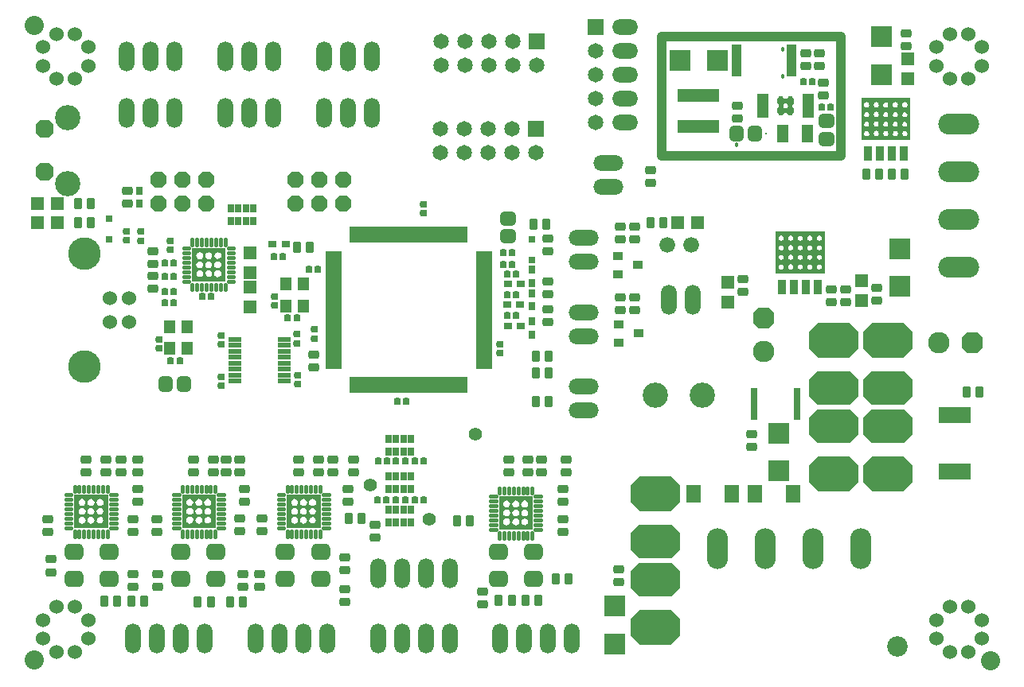
<source format=gts>
%FSLAX24Y24*%
%MOIN*%
G70*
G01*
G75*
G04 Layer_Color=8388736*
%ADD10C,0.0650*%
%ADD11R,0.0402X0.0118*%
G04:AMPARAMS|DCode=12|XSize=105mil|YSize=105mil|CornerRadius=26.3mil|HoleSize=0mil|Usage=FLASHONLY|Rotation=180.000|XOffset=0mil|YOffset=0mil|HoleType=Round|Shape=RoundedRectangle|*
%AMROUNDEDRECTD12*
21,1,0.1050,0.0525,0,0,180.0*
21,1,0.0525,0.1050,0,0,180.0*
1,1,0.0525,-0.0263,0.0263*
1,1,0.0525,0.0263,0.0263*
1,1,0.0525,0.0263,-0.0263*
1,1,0.0525,-0.0263,-0.0263*
%
%ADD12ROUNDEDRECTD12*%
%ADD13C,0.0600*%
G04:AMPARAMS|DCode=14|XSize=50mil|YSize=50mil|CornerRadius=25mil|HoleSize=0mil|Usage=FLASHONLY|Rotation=90.000|XOffset=0mil|YOffset=0mil|HoleType=Round|Shape=RoundedRectangle|*
%AMROUNDEDRECTD14*
21,1,0.0500,0.0000,0,0,90.0*
21,1,0.0000,0.0500,0,0,90.0*
1,1,0.0500,0.0000,0.0000*
1,1,0.0500,0.0000,0.0000*
1,1,0.0500,0.0000,0.0000*
1,1,0.0500,0.0000,0.0000*
%
%ADD14ROUNDEDRECTD14*%
G04:AMPARAMS|DCode=15|XSize=29.1mil|YSize=39.4mil|CornerRadius=5.8mil|HoleSize=0mil|Usage=FLASHONLY|Rotation=90.000|XOffset=0mil|YOffset=0mil|HoleType=Round|Shape=RoundedRectangle|*
%AMROUNDEDRECTD15*
21,1,0.0291,0.0277,0,0,90.0*
21,1,0.0175,0.0394,0,0,90.0*
1,1,0.0117,0.0139,0.0087*
1,1,0.0117,0.0139,-0.0087*
1,1,0.0117,-0.0139,-0.0087*
1,1,0.0117,-0.0139,0.0087*
%
%ADD15ROUNDEDRECTD15*%
G04:AMPARAMS|DCode=16|XSize=29.1mil|YSize=39.4mil|CornerRadius=5.8mil|HoleSize=0mil|Usage=FLASHONLY|Rotation=180.000|XOffset=0mil|YOffset=0mil|HoleType=Round|Shape=RoundedRectangle|*
%AMROUNDEDRECTD16*
21,1,0.0291,0.0277,0,0,180.0*
21,1,0.0175,0.0394,0,0,180.0*
1,1,0.0117,-0.0087,0.0139*
1,1,0.0117,0.0087,0.0139*
1,1,0.0117,0.0087,-0.0139*
1,1,0.0117,-0.0087,-0.0139*
%
%ADD16ROUNDEDRECTD16*%
%ADD17R,0.1673X0.0465*%
G04:AMPARAMS|DCode=18|XSize=22mil|YSize=24mil|CornerRadius=4.4mil|HoleSize=0mil|Usage=FLASHONLY|Rotation=180.000|XOffset=0mil|YOffset=0mil|HoleType=Round|Shape=RoundedRectangle|*
%AMROUNDEDRECTD18*
21,1,0.0220,0.0152,0,0,180.0*
21,1,0.0132,0.0240,0,0,180.0*
1,1,0.0088,-0.0066,0.0076*
1,1,0.0088,0.0066,0.0076*
1,1,0.0088,0.0066,-0.0076*
1,1,0.0088,-0.0066,-0.0076*
%
%ADD18ROUNDEDRECTD18*%
G04:AMPARAMS|DCode=19|XSize=22mil|YSize=24mil|CornerRadius=4.4mil|HoleSize=0mil|Usage=FLASHONLY|Rotation=90.000|XOffset=0mil|YOffset=0mil|HoleType=Round|Shape=RoundedRectangle|*
%AMROUNDEDRECTD19*
21,1,0.0220,0.0152,0,0,90.0*
21,1,0.0132,0.0240,0,0,90.0*
1,1,0.0088,0.0076,0.0066*
1,1,0.0088,0.0076,-0.0066*
1,1,0.0088,-0.0076,-0.0066*
1,1,0.0088,-0.0076,0.0066*
%
%ADD19ROUNDEDRECTD19*%
G04:AMPARAMS|DCode=20|XSize=52mil|YSize=60mil|CornerRadius=13mil|HoleSize=0mil|Usage=FLASHONLY|Rotation=0.000|XOffset=0mil|YOffset=0mil|HoleType=Round|Shape=RoundedRectangle|*
%AMROUNDEDRECTD20*
21,1,0.0520,0.0340,0,0,0.0*
21,1,0.0260,0.0600,0,0,0.0*
1,1,0.0260,0.0130,-0.0170*
1,1,0.0260,-0.0130,-0.0170*
1,1,0.0260,-0.0130,0.0170*
1,1,0.0260,0.0130,0.0170*
%
%ADD20ROUNDEDRECTD20*%
G04:AMPARAMS|DCode=21|XSize=52mil|YSize=60mil|CornerRadius=13mil|HoleSize=0mil|Usage=FLASHONLY|Rotation=270.000|XOffset=0mil|YOffset=0mil|HoleType=Round|Shape=RoundedRectangle|*
%AMROUNDEDRECTD21*
21,1,0.0520,0.0340,0,0,270.0*
21,1,0.0260,0.0600,0,0,270.0*
1,1,0.0260,-0.0170,-0.0130*
1,1,0.0260,-0.0170,0.0130*
1,1,0.0260,0.0170,0.0130*
1,1,0.0260,0.0170,-0.0130*
%
%ADD21ROUNDEDRECTD21*%
%ADD22R,0.0433X0.0669*%
%ADD23R,0.0200X0.0260*%
%ADD24R,0.0543X0.0709*%
G04:AMPARAMS|DCode=25|XSize=63mil|YSize=71mil|CornerRadius=15.8mil|HoleSize=0mil|Usage=FLASHONLY|Rotation=270.000|XOffset=0mil|YOffset=0mil|HoleType=Round|Shape=RoundedRectangle|*
%AMROUNDEDRECTD25*
21,1,0.0630,0.0395,0,0,270.0*
21,1,0.0315,0.0710,0,0,270.0*
1,1,0.0315,-0.0198,-0.0158*
1,1,0.0315,-0.0198,0.0158*
1,1,0.0315,0.0198,0.0158*
1,1,0.0315,0.0198,-0.0158*
%
%ADD25ROUNDEDRECTD25*%
%ADD26R,0.0500X0.0150*%
%ADD27R,0.0790X0.0790*%
%ADD28R,0.0790X0.0790*%
%ADD29R,0.0280X0.0200*%
%ADD30R,0.0200X0.0280*%
%ADD31R,0.0360X0.0320*%
%ADD32R,0.1260X0.0630*%
%ADD33R,0.0240X0.0240*%
%ADD34R,0.0354X0.1299*%
%ADD35R,0.0420X0.0520*%
%ADD36R,0.0480X0.0480*%
%ADD37R,0.0480X0.0480*%
G04:AMPARAMS|DCode=38|XSize=40mil|YSize=40mil|CornerRadius=20mil|HoleSize=0mil|Usage=FLASHONLY|Rotation=0.000|XOffset=0mil|YOffset=0mil|HoleType=Round|Shape=RoundedRectangle|*
%AMROUNDEDRECTD38*
21,1,0.0400,0.0000,0,0,0.0*
21,1,0.0000,0.0400,0,0,0.0*
1,1,0.0400,0.0000,0.0000*
1,1,0.0400,0.0000,0.0000*
1,1,0.0400,0.0000,0.0000*
1,1,0.0400,0.0000,0.0000*
%
%ADD38ROUNDEDRECTD38*%
%ADD39R,0.0236X0.1319*%
%ADD40R,0.1370X0.1370*%
G04:AMPARAMS|DCode=41|XSize=11mil|YSize=31.5mil|CornerRadius=4.4mil|HoleSize=0mil|Usage=FLASHONLY|Rotation=0.000|XOffset=0mil|YOffset=0mil|HoleType=Round|Shape=RoundedRectangle|*
%AMROUNDEDRECTD41*
21,1,0.0110,0.0227,0,0,0.0*
21,1,0.0022,0.0315,0,0,0.0*
1,1,0.0088,0.0011,-0.0113*
1,1,0.0088,-0.0011,-0.0113*
1,1,0.0088,-0.0011,0.0113*
1,1,0.0088,0.0011,0.0113*
%
%ADD41ROUNDEDRECTD41*%
G04:AMPARAMS|DCode=42|XSize=11mil|YSize=31.5mil|CornerRadius=4.4mil|HoleSize=0mil|Usage=FLASHONLY|Rotation=270.000|XOffset=0mil|YOffset=0mil|HoleType=Round|Shape=RoundedRectangle|*
%AMROUNDEDRECTD42*
21,1,0.0110,0.0227,0,0,270.0*
21,1,0.0022,0.0315,0,0,270.0*
1,1,0.0088,-0.0113,-0.0011*
1,1,0.0088,-0.0113,0.0011*
1,1,0.0088,0.0113,0.0011*
1,1,0.0088,0.0113,-0.0011*
%
%ADD42ROUNDEDRECTD42*%
%ADD43R,0.1370X0.1370*%
%ADD44R,0.0120X0.0600*%
%ADD45R,0.0600X0.0120*%
%ADD46R,0.1970X0.1700*%
%ADD47R,0.0280X0.0560*%
%ADD48C,0.0080*%
%ADD49C,0.0070*%
%ADD50C,0.0200*%
%ADD51C,0.0240*%
%ADD52C,0.0100*%
%ADD53C,0.0500*%
%ADD54C,0.0400*%
%ADD55C,0.0120*%
%ADD56C,0.0160*%
%ADD57C,0.0250*%
%ADD58C,0.0600*%
%ADD59C,0.0320*%
%ADD60R,0.0551X0.0472*%
%ADD61R,0.1929X0.1457*%
%ADD62R,0.1575X0.0984*%
%ADD63R,0.1299X0.1063*%
%ADD64C,0.0800*%
%ADD65P,0.0671X8X22.5*%
G04:AMPARAMS|DCode=66|XSize=140mil|YSize=200mil|CornerRadius=0mil|HoleSize=0mil|Usage=FLASHONLY|Rotation=90.000|XOffset=0mil|YOffset=0mil|HoleType=Round|Shape=Octagon|*
%AMOCTAGOND66*
4,1,8,-0.1000,-0.0350,-0.1000,0.0350,-0.0650,0.0700,0.0650,0.0700,0.1000,0.0350,0.1000,-0.0350,0.0650,-0.0700,-0.0650,-0.0700,-0.1000,-0.0350,0.0*
%
%ADD66OCTAGOND66*%

G04:AMPARAMS|DCode=67|XSize=133.9mil|YSize=200mil|CornerRadius=0mil|HoleSize=0mil|Usage=FLASHONLY|Rotation=90.000|XOffset=0mil|YOffset=0mil|HoleType=Round|Shape=Octagon|*
%AMOCTAGOND67*
4,1,8,-0.1000,-0.0335,-0.1000,0.0335,-0.0665,0.0669,0.0665,0.0669,0.1000,0.0335,0.1000,-0.0335,0.0665,-0.0669,-0.0665,-0.0669,-0.1000,-0.0335,0.0*
%
%ADD67OCTAGOND67*%

%ADD68C,0.0840*%
%ADD69P,0.0909X8X22.5*%
%ADD70P,0.0909X8X112.5*%
%ADD71O,0.0825X0.1650*%
%ADD72O,0.1650X0.0825*%
%ADD73O,0.0600X0.1200*%
%ADD74C,0.1000*%
%ADD75C,0.0540*%
%ADD76C,0.1305*%
%ADD77R,0.0591X0.0591*%
%ADD78O,0.1024X0.0591*%
%ADD79C,0.0591*%
%ADD80O,0.1200X0.0600*%
%ADD81P,0.0758X8X292.5*%
%ADD82R,0.0591X0.0591*%
%ADD83C,0.0300*%
%ADD84C,0.0500*%
%ADD85C,0.0320*%
%ADD86C,0.0400*%
%ADD87C,0.1421*%
%ADD88C,0.0390*%
%ADD89C,0.0640*%
G04:AMPARAMS|DCode=90|XSize=98mil|YSize=98mil|CornerRadius=0mil|HoleSize=0mil|Usage=FLASHONLY|Rotation=0.000|XOffset=0mil|YOffset=0mil|HoleType=Round|Shape=Relief|Width=10mil|Gap=10mil|Entries=4|*
%AMTHD90*
7,0,0,0.0980,0.0780,0.0100,45*
%
%ADD90THD90*%
%ADD91C,0.0620*%
%ADD92C,0.1240*%
G04:AMPARAMS|DCode=93|XSize=100mil|YSize=100mil|CornerRadius=0mil|HoleSize=0mil|Usage=FLASHONLY|Rotation=0.000|XOffset=0mil|YOffset=0mil|HoleType=Round|Shape=Relief|Width=10mil|Gap=10mil|Entries=4|*
%AMTHD93*
7,0,0,0.1000,0.0800,0.0100,45*
%
%ADD93THD93*%
G04:AMPARAMS|DCode=94|XSize=115mil|YSize=115mil|CornerRadius=0mil|HoleSize=0mil|Usage=FLASHONLY|Rotation=0.000|XOffset=0mil|YOffset=0mil|HoleType=Round|Shape=Relief|Width=10mil|Gap=10mil|Entries=4|*
%AMTHD94*
7,0,0,0.1150,0.0950,0.0100,45*
%
%ADD94THD94*%
%ADD95C,0.0790*%
%ADD96C,0.1110*%
%ADD97C,0.0594*%
G04:AMPARAMS|DCode=98|XSize=95.433mil|YSize=95.433mil|CornerRadius=0mil|HoleSize=0mil|Usage=FLASHONLY|Rotation=0.000|XOffset=0mil|YOffset=0mil|HoleType=Round|Shape=Relief|Width=10mil|Gap=10mil|Entries=4|*
%AMTHD98*
7,0,0,0.0954,0.0754,0.0100,45*
%
%ADD98THD98*%
%ADD99C,0.0830*%
%ADD100C,0.0520*%
%ADD101C,0.1400*%
%ADD102C,0.1300*%
%ADD103C,0.1040*%
%ADD104C,0.0800*%
%ADD105R,0.3622X0.4331*%
%ADD106R,0.3583X0.4284*%
%ADD107R,0.3425X0.4284*%
%ADD108R,0.4094X0.4331*%
G04:AMPARAMS|DCode=109|XSize=50mil|YSize=50mil|CornerRadius=25mil|HoleSize=0mil|Usage=FLASHONLY|Rotation=180.000|XOffset=0mil|YOffset=0mil|HoleType=Round|Shape=RoundedRectangle|*
%AMROUNDEDRECTD109*
21,1,0.0500,0.0000,0,0,180.0*
21,1,0.0000,0.0500,0,0,180.0*
1,1,0.0500,0.0000,0.0000*
1,1,0.0500,0.0000,0.0000*
1,1,0.0500,0.0000,0.0000*
1,1,0.0500,0.0000,0.0000*
%
%ADD109ROUNDEDRECTD109*%
G04:AMPARAMS|DCode=110|XSize=46mil|YSize=63mil|CornerRadius=11.5mil|HoleSize=0mil|Usage=FLASHONLY|Rotation=90.000|XOffset=0mil|YOffset=0mil|HoleType=Round|Shape=RoundedRectangle|*
%AMROUNDEDRECTD110*
21,1,0.0460,0.0400,0,0,90.0*
21,1,0.0230,0.0630,0,0,90.0*
1,1,0.0230,0.0200,0.0115*
1,1,0.0230,0.0200,-0.0115*
1,1,0.0230,-0.0200,-0.0115*
1,1,0.0230,-0.0200,0.0115*
%
%ADD110ROUNDEDRECTD110*%
%ADD111C,0.0098*%
%ADD112C,0.0050*%
%ADD113C,0.0060*%
%ADD114C,0.0000*%
%ADD115C,0.0079*%
%ADD116C,0.0040*%
%ADD117R,0.0295X0.0879*%
%ADD118R,0.0879X0.0295*%
%ADD119R,0.2450X0.0492*%
%ADD120R,0.0119X0.0120*%
%ADD121R,0.0060X0.0120*%
%ADD122R,0.0059X0.0120*%
%ADD123R,0.0120X0.0119*%
%ADD124R,0.0120X0.0060*%
%ADD125R,0.0120X0.0059*%
%ADD126R,0.0382X0.0098*%
G04:AMPARAMS|DCode=127|XSize=103mil|YSize=103mil|CornerRadius=25.3mil|HoleSize=0mil|Usage=FLASHONLY|Rotation=180.000|XOffset=0mil|YOffset=0mil|HoleType=Round|Shape=RoundedRectangle|*
%AMROUNDEDRECTD127*
21,1,0.1030,0.0525,0,0,180.0*
21,1,0.0525,0.1030,0,0,180.0*
1,1,0.0505,-0.0263,0.0263*
1,1,0.0505,0.0263,0.0263*
1,1,0.0505,0.0263,-0.0263*
1,1,0.0505,-0.0263,-0.0263*
%
%ADD127ROUNDEDRECTD127*%
G04:AMPARAMS|DCode=128|XSize=48mil|YSize=48mil|CornerRadius=24mil|HoleSize=0mil|Usage=FLASHONLY|Rotation=90.000|XOffset=0mil|YOffset=0mil|HoleType=Round|Shape=RoundedRectangle|*
%AMROUNDEDRECTD128*
21,1,0.0480,0.0000,0,0,90.0*
21,1,0.0000,0.0480,0,0,90.0*
1,1,0.0480,0.0000,0.0000*
1,1,0.0480,0.0000,0.0000*
1,1,0.0480,0.0000,0.0000*
1,1,0.0480,0.0000,0.0000*
%
%ADD128ROUNDEDRECTD128*%
G04:AMPARAMS|DCode=129|XSize=27.1mil|YSize=37.4mil|CornerRadius=4.8mil|HoleSize=0mil|Usage=FLASHONLY|Rotation=90.000|XOffset=0mil|YOffset=0mil|HoleType=Round|Shape=RoundedRectangle|*
%AMROUNDEDRECTD129*
21,1,0.0271,0.0277,0,0,90.0*
21,1,0.0175,0.0374,0,0,90.0*
1,1,0.0097,0.0139,0.0087*
1,1,0.0097,0.0139,-0.0087*
1,1,0.0097,-0.0139,-0.0087*
1,1,0.0097,-0.0139,0.0087*
%
%ADD129ROUNDEDRECTD129*%
G04:AMPARAMS|DCode=130|XSize=27.1mil|YSize=37.4mil|CornerRadius=4.8mil|HoleSize=0mil|Usage=FLASHONLY|Rotation=180.000|XOffset=0mil|YOffset=0mil|HoleType=Round|Shape=RoundedRectangle|*
%AMROUNDEDRECTD130*
21,1,0.0271,0.0277,0,0,180.0*
21,1,0.0175,0.0374,0,0,180.0*
1,1,0.0097,-0.0087,0.0139*
1,1,0.0097,0.0087,0.0139*
1,1,0.0097,0.0087,-0.0139*
1,1,0.0097,-0.0087,-0.0139*
%
%ADD130ROUNDEDRECTD130*%
%ADD131R,0.1653X0.0445*%
G04:AMPARAMS|DCode=132|XSize=20mil|YSize=22mil|CornerRadius=3.4mil|HoleSize=0mil|Usage=FLASHONLY|Rotation=180.000|XOffset=0mil|YOffset=0mil|HoleType=Round|Shape=RoundedRectangle|*
%AMROUNDEDRECTD132*
21,1,0.0200,0.0152,0,0,180.0*
21,1,0.0132,0.0220,0,0,180.0*
1,1,0.0068,-0.0066,0.0076*
1,1,0.0068,0.0066,0.0076*
1,1,0.0068,0.0066,-0.0076*
1,1,0.0068,-0.0066,-0.0076*
%
%ADD132ROUNDEDRECTD132*%
G04:AMPARAMS|DCode=133|XSize=20mil|YSize=22mil|CornerRadius=3.4mil|HoleSize=0mil|Usage=FLASHONLY|Rotation=90.000|XOffset=0mil|YOffset=0mil|HoleType=Round|Shape=RoundedRectangle|*
%AMROUNDEDRECTD133*
21,1,0.0200,0.0152,0,0,90.0*
21,1,0.0132,0.0220,0,0,90.0*
1,1,0.0068,0.0076,0.0066*
1,1,0.0068,0.0076,-0.0066*
1,1,0.0068,-0.0076,-0.0066*
1,1,0.0068,-0.0076,0.0066*
%
%ADD133ROUNDEDRECTD133*%
G04:AMPARAMS|DCode=134|XSize=50mil|YSize=58mil|CornerRadius=12mil|HoleSize=0mil|Usage=FLASHONLY|Rotation=0.000|XOffset=0mil|YOffset=0mil|HoleType=Round|Shape=RoundedRectangle|*
%AMROUNDEDRECTD134*
21,1,0.0500,0.0340,0,0,0.0*
21,1,0.0260,0.0580,0,0,0.0*
1,1,0.0240,0.0130,-0.0170*
1,1,0.0240,-0.0130,-0.0170*
1,1,0.0240,-0.0130,0.0170*
1,1,0.0240,0.0130,0.0170*
%
%ADD134ROUNDEDRECTD134*%
G04:AMPARAMS|DCode=135|XSize=50mil|YSize=58mil|CornerRadius=12mil|HoleSize=0mil|Usage=FLASHONLY|Rotation=270.000|XOffset=0mil|YOffset=0mil|HoleType=Round|Shape=RoundedRectangle|*
%AMROUNDEDRECTD135*
21,1,0.0500,0.0340,0,0,270.0*
21,1,0.0260,0.0580,0,0,270.0*
1,1,0.0240,-0.0170,-0.0130*
1,1,0.0240,-0.0170,0.0130*
1,1,0.0240,0.0170,0.0130*
1,1,0.0240,0.0170,-0.0130*
%
%ADD135ROUNDEDRECTD135*%
%ADD136R,0.0413X0.0649*%
%ADD137R,0.0180X0.0240*%
%ADD138R,0.0523X0.0689*%
G04:AMPARAMS|DCode=139|XSize=61mil|YSize=69mil|CornerRadius=14.8mil|HoleSize=0mil|Usage=FLASHONLY|Rotation=270.000|XOffset=0mil|YOffset=0mil|HoleType=Round|Shape=RoundedRectangle|*
%AMROUNDEDRECTD139*
21,1,0.0610,0.0395,0,0,270.0*
21,1,0.0315,0.0690,0,0,270.0*
1,1,0.0295,-0.0198,-0.0158*
1,1,0.0295,-0.0198,0.0158*
1,1,0.0295,0.0198,0.0158*
1,1,0.0295,0.0198,-0.0158*
%
%ADD139ROUNDEDRECTD139*%
%ADD140R,0.0480X0.0130*%
%ADD141R,0.0770X0.0770*%
%ADD142R,0.0770X0.0770*%
%ADD143R,0.0260X0.0180*%
%ADD144R,0.0180X0.0260*%
%ADD145R,0.0340X0.0300*%
%ADD146R,0.1240X0.0610*%
%ADD147R,0.0220X0.0220*%
%ADD148R,0.0334X0.1279*%
%ADD149R,0.0400X0.0500*%
%ADD150R,0.0460X0.0460*%
%ADD151R,0.0460X0.0460*%
%ADD152R,0.0216X0.1299*%
G04:AMPARAMS|DCode=153|XSize=9mil|YSize=29.5mil|CornerRadius=3.4mil|HoleSize=0mil|Usage=FLASHONLY|Rotation=0.000|XOffset=0mil|YOffset=0mil|HoleType=Round|Shape=RoundedRectangle|*
%AMROUNDEDRECTD153*
21,1,0.0090,0.0227,0,0,0.0*
21,1,0.0022,0.0295,0,0,0.0*
1,1,0.0068,0.0011,-0.0113*
1,1,0.0068,-0.0011,-0.0113*
1,1,0.0068,-0.0011,0.0113*
1,1,0.0068,0.0011,0.0113*
%
%ADD153ROUNDEDRECTD153*%
G04:AMPARAMS|DCode=154|XSize=9mil|YSize=29.5mil|CornerRadius=3.4mil|HoleSize=0mil|Usage=FLASHONLY|Rotation=270.000|XOffset=0mil|YOffset=0mil|HoleType=Round|Shape=RoundedRectangle|*
%AMROUNDEDRECTD154*
21,1,0.0090,0.0227,0,0,270.0*
21,1,0.0022,0.0295,0,0,270.0*
1,1,0.0068,-0.0113,-0.0011*
1,1,0.0068,-0.0113,0.0011*
1,1,0.0068,0.0113,0.0011*
1,1,0.0068,0.0113,-0.0011*
%
%ADD154ROUNDEDRECTD154*%
%ADD155R,0.0100X0.0580*%
%ADD156R,0.0580X0.0100*%
%ADD157R,0.1950X0.1680*%
%ADD158R,0.0260X0.0540*%
%ADD159C,0.0394*%
%ADD160C,0.0150*%
%ADD161R,0.0530X0.0170*%
%ADD162R,0.0460X0.0130*%
%ADD163R,0.0482X0.0198*%
G04:AMPARAMS|DCode=164|XSize=56mil|YSize=56mil|CornerRadius=28mil|HoleSize=0mil|Usage=FLASHONLY|Rotation=90.000|XOffset=0mil|YOffset=0mil|HoleType=Round|Shape=RoundedRectangle|*
%AMROUNDEDRECTD164*
21,1,0.0560,0.0000,0,0,90.0*
21,1,0.0000,0.0560,0,0,90.0*
1,1,0.0560,0.0000,0.0000*
1,1,0.0560,0.0000,0.0000*
1,1,0.0560,0.0000,0.0000*
1,1,0.0560,0.0000,0.0000*
%
%ADD164ROUNDEDRECTD164*%
G04:AMPARAMS|DCode=165|XSize=35.1mil|YSize=45.4mil|CornerRadius=8.8mil|HoleSize=0mil|Usage=FLASHONLY|Rotation=90.000|XOffset=0mil|YOffset=0mil|HoleType=Round|Shape=RoundedRectangle|*
%AMROUNDEDRECTD165*
21,1,0.0351,0.0277,0,0,90.0*
21,1,0.0175,0.0454,0,0,90.0*
1,1,0.0177,0.0139,0.0087*
1,1,0.0177,0.0139,-0.0087*
1,1,0.0177,-0.0139,-0.0087*
1,1,0.0177,-0.0139,0.0087*
%
%ADD165ROUNDEDRECTD165*%
G04:AMPARAMS|DCode=166|XSize=35.1mil|YSize=45.4mil|CornerRadius=8.8mil|HoleSize=0mil|Usage=FLASHONLY|Rotation=180.000|XOffset=0mil|YOffset=0mil|HoleType=Round|Shape=RoundedRectangle|*
%AMROUNDEDRECTD166*
21,1,0.0351,0.0277,0,0,180.0*
21,1,0.0175,0.0454,0,0,180.0*
1,1,0.0177,-0.0087,0.0139*
1,1,0.0177,0.0087,0.0139*
1,1,0.0177,0.0087,-0.0139*
1,1,0.0177,-0.0087,-0.0139*
%
%ADD166ROUNDEDRECTD166*%
%ADD167R,0.1733X0.0525*%
G04:AMPARAMS|DCode=168|XSize=28mil|YSize=30mil|CornerRadius=7.4mil|HoleSize=0mil|Usage=FLASHONLY|Rotation=180.000|XOffset=0mil|YOffset=0mil|HoleType=Round|Shape=RoundedRectangle|*
%AMROUNDEDRECTD168*
21,1,0.0280,0.0152,0,0,180.0*
21,1,0.0132,0.0300,0,0,180.0*
1,1,0.0148,-0.0066,0.0076*
1,1,0.0148,0.0066,0.0076*
1,1,0.0148,0.0066,-0.0076*
1,1,0.0148,-0.0066,-0.0076*
%
%ADD168ROUNDEDRECTD168*%
G04:AMPARAMS|DCode=169|XSize=28mil|YSize=30mil|CornerRadius=7.4mil|HoleSize=0mil|Usage=FLASHONLY|Rotation=90.000|XOffset=0mil|YOffset=0mil|HoleType=Round|Shape=RoundedRectangle|*
%AMROUNDEDRECTD169*
21,1,0.0280,0.0152,0,0,90.0*
21,1,0.0132,0.0300,0,0,90.0*
1,1,0.0148,0.0076,0.0066*
1,1,0.0148,0.0076,-0.0066*
1,1,0.0148,-0.0076,-0.0066*
1,1,0.0148,-0.0076,0.0066*
%
%ADD169ROUNDEDRECTD169*%
G04:AMPARAMS|DCode=170|XSize=58mil|YSize=66mil|CornerRadius=16mil|HoleSize=0mil|Usage=FLASHONLY|Rotation=0.000|XOffset=0mil|YOffset=0mil|HoleType=Round|Shape=RoundedRectangle|*
%AMROUNDEDRECTD170*
21,1,0.0580,0.0340,0,0,0.0*
21,1,0.0260,0.0660,0,0,0.0*
1,1,0.0320,0.0130,-0.0170*
1,1,0.0320,-0.0130,-0.0170*
1,1,0.0320,-0.0130,0.0170*
1,1,0.0320,0.0130,0.0170*
%
%ADD170ROUNDEDRECTD170*%
G04:AMPARAMS|DCode=171|XSize=58mil|YSize=66mil|CornerRadius=16mil|HoleSize=0mil|Usage=FLASHONLY|Rotation=270.000|XOffset=0mil|YOffset=0mil|HoleType=Round|Shape=RoundedRectangle|*
%AMROUNDEDRECTD171*
21,1,0.0580,0.0340,0,0,270.0*
21,1,0.0260,0.0660,0,0,270.0*
1,1,0.0320,-0.0170,-0.0130*
1,1,0.0320,-0.0170,0.0130*
1,1,0.0320,0.0170,0.0130*
1,1,0.0320,0.0170,-0.0130*
%
%ADD171ROUNDEDRECTD171*%
%ADD172R,0.0493X0.0729*%
%ADD173R,0.0260X0.0320*%
%ADD174R,0.0603X0.0769*%
G04:AMPARAMS|DCode=175|XSize=69mil|YSize=77mil|CornerRadius=18.8mil|HoleSize=0mil|Usage=FLASHONLY|Rotation=270.000|XOffset=0mil|YOffset=0mil|HoleType=Round|Shape=RoundedRectangle|*
%AMROUNDEDRECTD175*
21,1,0.0690,0.0395,0,0,270.0*
21,1,0.0315,0.0770,0,0,270.0*
1,1,0.0375,-0.0198,-0.0158*
1,1,0.0375,-0.0198,0.0158*
1,1,0.0375,0.0198,0.0158*
1,1,0.0375,0.0198,-0.0158*
%
%ADD175ROUNDEDRECTD175*%
%ADD176R,0.0560X0.0210*%
%ADD177R,0.0850X0.0850*%
%ADD178R,0.0850X0.0850*%
%ADD179R,0.0340X0.0260*%
%ADD180R,0.0260X0.0340*%
%ADD181R,0.0420X0.0380*%
%ADD182R,0.1320X0.0690*%
%ADD183R,0.0300X0.0300*%
%ADD184R,0.0414X0.1359*%
%ADD185R,0.0480X0.0580*%
%ADD186R,0.0540X0.0540*%
%ADD187R,0.0540X0.0540*%
G04:AMPARAMS|DCode=188|XSize=80mil|YSize=80mil|CornerRadius=40mil|HoleSize=0mil|Usage=FLASHONLY|Rotation=0.000|XOffset=0mil|YOffset=0mil|HoleType=Round|Shape=RoundedRectangle|*
%AMROUNDEDRECTD188*
21,1,0.0800,0.0000,0,0,0.0*
21,1,0.0000,0.0800,0,0,0.0*
1,1,0.0800,0.0000,0.0000*
1,1,0.0800,0.0000,0.0000*
1,1,0.0800,0.0000,0.0000*
1,1,0.0800,0.0000,0.0000*
%
%ADD188ROUNDEDRECTD188*%
%ADD189R,0.0296X0.1379*%
G04:AMPARAMS|DCode=190|XSize=15mil|YSize=35.4mil|CornerRadius=6.4mil|HoleSize=0mil|Usage=FLASHONLY|Rotation=0.000|XOffset=0mil|YOffset=0mil|HoleType=Round|Shape=RoundedRectangle|*
%AMROUNDEDRECTD190*
21,1,0.0150,0.0227,0,0,0.0*
21,1,0.0022,0.0354,0,0,0.0*
1,1,0.0128,0.0011,-0.0113*
1,1,0.0128,-0.0011,-0.0113*
1,1,0.0128,-0.0011,0.0113*
1,1,0.0128,0.0011,0.0113*
%
%ADD190ROUNDEDRECTD190*%
G04:AMPARAMS|DCode=191|XSize=15mil|YSize=35.4mil|CornerRadius=6.4mil|HoleSize=0mil|Usage=FLASHONLY|Rotation=270.000|XOffset=0mil|YOffset=0mil|HoleType=Round|Shape=RoundedRectangle|*
%AMROUNDEDRECTD191*
21,1,0.0150,0.0227,0,0,270.0*
21,1,0.0022,0.0354,0,0,270.0*
1,1,0.0128,-0.0113,-0.0011*
1,1,0.0128,-0.0113,0.0011*
1,1,0.0128,0.0113,0.0011*
1,1,0.0128,0.0113,-0.0011*
%
%ADD191ROUNDEDRECTD191*%
%ADD192R,0.0200X0.0680*%
%ADD193R,0.0680X0.0200*%
%ADD194R,0.0340X0.0620*%
%ADD195C,0.0860*%
%ADD196C,0.0660*%
%ADD197P,0.0736X8X22.5*%
G04:AMPARAMS|DCode=198|XSize=146mil|YSize=206mil|CornerRadius=0mil|HoleSize=0mil|Usage=FLASHONLY|Rotation=90.000|XOffset=0mil|YOffset=0mil|HoleType=Round|Shape=Octagon|*
%AMOCTAGOND198*
4,1,8,-0.1030,-0.0365,-0.1030,0.0365,-0.0665,0.0730,0.0665,0.0730,0.1030,0.0365,0.1030,-0.0365,0.0665,-0.0730,-0.0665,-0.0730,-0.1030,-0.0365,0.0*
%
%ADD198OCTAGOND198*%

G04:AMPARAMS|DCode=199|XSize=139.9mil|YSize=206mil|CornerRadius=0mil|HoleSize=0mil|Usage=FLASHONLY|Rotation=90.000|XOffset=0mil|YOffset=0mil|HoleType=Round|Shape=Octagon|*
%AMOCTAGOND199*
4,1,8,-0.1030,-0.0350,-0.1030,0.0350,-0.0680,0.0699,0.0680,0.0699,0.1030,0.0350,0.1030,-0.0350,0.0680,-0.0699,-0.0680,-0.0699,-0.1030,-0.0350,0.0*
%
%ADD199OCTAGOND199*%

%ADD200C,0.0900*%
%ADD201P,0.0974X8X22.5*%
%ADD202P,0.0974X8X112.5*%
%ADD203O,0.0885X0.1710*%
%ADD204O,0.1710X0.0885*%
%ADD205O,0.0660X0.1260*%
%ADD206C,0.1060*%
%ADD207C,0.1365*%
%ADD208R,0.0651X0.0651*%
%ADD209O,0.1084X0.0651*%
%ADD210C,0.0651*%
%ADD211O,0.1260X0.0660*%
%ADD212P,0.0823X8X292.5*%
%ADD213R,0.0651X0.0651*%
%ADD214C,0.0080*%
%ADD215C,0.0180*%
G36*
X22478Y16061D02*
X22139D01*
X22139Y16154D01*
Y16061D01*
X21769D01*
X21769Y16149D01*
Y16061D01*
X21070D01*
Y17459D01*
X21769D01*
X21769Y17371D01*
Y17459D01*
X22149D01*
X22149Y17401D01*
Y17459D01*
X22478D01*
Y16061D01*
D02*
G37*
G36*
X18499Y27480D02*
Y27100D01*
X18411Y27100D01*
X18499D01*
Y26720D01*
X18440Y26720D01*
X18499D01*
Y26391D01*
X17101D01*
Y26730D01*
X17194Y26730D01*
X17101D01*
Y27100D01*
X17189Y27100D01*
X17101D01*
Y27480D01*
Y27799D01*
X18499D01*
Y27480D01*
D02*
G37*
G36*
X18092Y16061D02*
X17753D01*
X17753Y16154D01*
Y16061D01*
X17383D01*
X17383Y16149D01*
Y16061D01*
X16684D01*
Y17459D01*
X17383D01*
X17383Y17371D01*
Y17459D01*
X17763D01*
X17763Y17401D01*
Y17459D01*
X18092D01*
Y16061D01*
D02*
G37*
G36*
X31358Y15992D02*
X31020D01*
X31020Y16085D01*
Y15992D01*
X30650D01*
X30650Y16080D01*
Y15992D01*
X29951D01*
Y17390D01*
X30650D01*
X30650Y17302D01*
Y17390D01*
X31030D01*
X31030Y17332D01*
Y17390D01*
X31358D01*
Y15992D01*
D02*
G37*
G36*
X13583Y16061D02*
X13244D01*
X13244Y16154D01*
Y16061D01*
X12874D01*
X12874Y16149D01*
Y16061D01*
X12175D01*
Y17459D01*
X12874D01*
X12874Y17371D01*
Y17459D01*
X13254D01*
X13254Y17401D01*
Y17459D01*
X13583D01*
Y16061D01*
D02*
G37*
G36*
X43583Y28199D02*
Y27805D01*
Y27402D01*
Y27008D01*
Y26732D01*
X41535D01*
Y27008D01*
Y27402D01*
Y27805D01*
Y28209D01*
Y28494D01*
X43583D01*
Y28199D01*
D02*
G37*
G36*
X47165Y33789D02*
Y33396D01*
Y32992D01*
Y32598D01*
Y32323D01*
X45118D01*
Y32598D01*
Y32992D01*
Y33396D01*
Y33799D01*
Y34085D01*
X47165D01*
Y33789D01*
D02*
G37*
G36*
X42231Y34150D02*
X42237Y34119D01*
X42254Y34093D01*
X42280Y34075D01*
X42311Y34069D01*
Y33866D01*
X42284Y33860D01*
X42261Y33845D01*
X42246Y33822D01*
X42241Y33795D01*
X42242D01*
Y33756D01*
X42231D01*
X42231Y33746D01*
X42237Y33715D01*
X42254Y33689D01*
X42280Y33672D01*
X42311Y33666D01*
Y33472D01*
X42280Y33466D01*
X42254Y33449D01*
X42237Y33422D01*
X42231Y33392D01*
X42232D01*
Y33372D01*
X42057D01*
X42049Y33410D01*
X42028Y33443D01*
X41995Y33465D01*
X41957Y33472D01*
Y33470D01*
X41937Y33472D01*
X41899Y33465D01*
X41866Y33443D01*
X41844Y33410D01*
X41837Y33372D01*
X41661D01*
X41663Y33382D01*
X41657Y33413D01*
X41639Y33439D01*
X41613Y33456D01*
X41583Y33462D01*
Y33666D01*
X41610Y33671D01*
X41632Y33687D01*
X41648Y33709D01*
X41653Y33736D01*
X41652D01*
Y33776D01*
X41663D01*
X41663Y33785D01*
X41657Y33816D01*
X41639Y33842D01*
X41613Y33860D01*
X41583Y33866D01*
Y34059D01*
X41613Y34066D01*
X41639Y34083D01*
X41657Y34109D01*
X41663Y34140D01*
X41661D01*
Y34159D01*
X41837D01*
X41844Y34121D01*
X41866Y34088D01*
X41899Y34067D01*
X41937Y34059D01*
Y34061D01*
X41957Y34059D01*
X41995Y34067D01*
X42028Y34088D01*
X42049Y34121D01*
X42057Y34159D01*
X42232D01*
X42231Y34150D01*
D02*
G37*
%LPC*%
G36*
X22144Y17283D02*
X22088Y17272D01*
X22040Y17240D01*
X22008Y17192D01*
X21997Y17140D01*
X21997Y17140D01*
X21996Y17135D01*
X22008Y17078D01*
X22040Y17030D01*
X22088Y16998D01*
X22139Y16988D01*
Y16988D01*
X22139D01*
X22139Y16990D01*
X22139Y16988D01*
X22144Y16987D01*
X22201Y16998D01*
X22249Y17030D01*
X22281Y17078D01*
X22291Y17130D01*
X22291Y17130D01*
X22292Y17135D01*
X22281Y17192D01*
X22249Y17240D01*
X22201Y17272D01*
X22149Y17282D01*
Y17282D01*
X22149D01*
X22149Y17280D01*
Y17282D01*
X22144Y17283D01*
D02*
G37*
G36*
X21769Y17283D02*
X21715Y17272D01*
X21668Y17241D01*
X21637Y17195D01*
X21627Y17140D01*
X21627Y17140D01*
X21629Y17140D01*
X21627Y17130D01*
X21627Y17130D01*
X21637Y17075D01*
X21668Y17029D01*
X21715Y16998D01*
X21769Y16987D01*
X21769Y16987D01*
D01*
X21769D01*
Y16990D01*
X21769Y16987D01*
X21769D01*
X21769Y16987D01*
X21824Y16998D01*
X21870Y17029D01*
X21901Y17075D01*
X21912Y17130D01*
X21912Y17130D01*
X21911Y17130D01*
X21912Y17135D01*
X21901Y17192D01*
X21869Y17240D01*
X21821Y17272D01*
X21769Y17282D01*
X21769Y17280D01*
Y17283D01*
X21769Y17283D01*
D02*
G37*
G36*
X17383D02*
X17328Y17272D01*
X17282Y17241D01*
X17251Y17195D01*
X17240Y17140D01*
X17240Y17140D01*
X17243Y17140D01*
X17240Y17130D01*
X17240Y17130D01*
X17251Y17075D01*
X17282Y17029D01*
X17328Y16998D01*
X17383Y16987D01*
X17383Y16987D01*
D01*
X17383D01*
Y16990D01*
X17383Y16987D01*
X17383D01*
X17383Y16987D01*
X17438Y16998D01*
X17484Y17029D01*
X17515Y17075D01*
X17526Y17130D01*
X17526Y17130D01*
X17525Y17130D01*
X17526Y17135D01*
X17515Y17192D01*
X17483Y17240D01*
X17435Y17272D01*
X17383Y17282D01*
X17383Y17280D01*
Y17283D01*
X17383Y17283D01*
D02*
G37*
G36*
X12874D02*
X12819Y17272D01*
X12773Y17241D01*
X12742Y17195D01*
X12731Y17140D01*
X12731Y17140D01*
X12734Y17140D01*
X12731Y17130D01*
X12731Y17130D01*
X12742Y17075D01*
X12773Y17029D01*
X12819Y16998D01*
X12874Y16987D01*
X12874Y16987D01*
D01*
X12874D01*
Y16990D01*
X12874Y16987D01*
X12874D01*
X12874Y16987D01*
X12929Y16998D01*
X12975Y17029D01*
X13006Y17075D01*
X13017Y17130D01*
X13017Y17130D01*
X13016Y17130D01*
X13017Y17135D01*
X13006Y17192D01*
X12974Y17240D01*
X12926Y17272D01*
X12874Y17282D01*
X12874Y17280D01*
Y17283D01*
X12874Y17283D01*
D02*
G37*
G36*
X13249Y17283D02*
X13192Y17272D01*
X13144Y17240D01*
X13112Y17192D01*
X13102Y17140D01*
X13102Y17140D01*
X13101Y17135D01*
X13112Y17078D01*
X13144Y17030D01*
X13192Y16998D01*
X13244Y16988D01*
Y16988D01*
X13244D01*
X13244Y16990D01*
X13244Y16988D01*
X13249Y16987D01*
X13306Y16998D01*
X13354Y17030D01*
X13386Y17078D01*
X13396Y17130D01*
X13396Y17130D01*
X13397Y17135D01*
X13386Y17192D01*
X13354Y17240D01*
X13306Y17272D01*
X13254Y17282D01*
Y17282D01*
X13254D01*
X13254Y17280D01*
Y17282D01*
X13249Y17283D01*
D02*
G37*
G36*
X17758D02*
X17701Y17272D01*
X17653Y17240D01*
X17621Y17192D01*
X17611Y17140D01*
X17611Y17140D01*
X17610Y17135D01*
X17621Y17078D01*
X17653Y17030D01*
X17701Y16998D01*
X17753Y16988D01*
Y16988D01*
X17753D01*
X17753Y16990D01*
X17753Y16988D01*
X17758Y16987D01*
X17815Y16998D01*
X17863Y17030D01*
X17895Y17078D01*
X17905Y17130D01*
X17905Y17130D01*
X17906Y17135D01*
X17895Y17192D01*
X17863Y17240D01*
X17815Y17272D01*
X17763Y17282D01*
Y17282D01*
X17763D01*
X17763Y17280D01*
Y17282D01*
X17758Y17283D01*
D02*
G37*
G36*
X31025Y17214D02*
X30968Y17203D01*
X30920Y17171D01*
X30888Y17123D01*
X30878Y17071D01*
X30878Y17071D01*
X30877Y17066D01*
X30888Y17010D01*
X30920Y16962D01*
X30968Y16930D01*
X31020Y16919D01*
Y16919D01*
X31020D01*
X31020Y16921D01*
X31020Y16919D01*
X31025Y16918D01*
X31081Y16930D01*
X31129Y16962D01*
X31161Y17010D01*
X31172Y17061D01*
X31172Y17061D01*
X31173Y17066D01*
X31161Y17123D01*
X31129Y17171D01*
X31081Y17203D01*
X31030Y17213D01*
Y17213D01*
X31030D01*
X31030Y17211D01*
Y17213D01*
X31025Y17214D01*
D02*
G37*
G36*
X30650Y17214D02*
X30595Y17203D01*
X30549Y17172D01*
X30518Y17126D01*
X30507Y17071D01*
X30507Y17071D01*
X30510Y17071D01*
X30507Y17061D01*
X30507Y17061D01*
X30518Y17007D01*
X30549Y16960D01*
X30595Y16929D01*
X30650Y16918D01*
X30650Y16918D01*
D01*
X30650D01*
Y16921D01*
X30650Y16918D01*
X30650D01*
X30650Y16918D01*
X30704Y16929D01*
X30751Y16960D01*
X30781Y17007D01*
X30792Y17061D01*
X30792Y17061D01*
X30792Y17061D01*
X30793Y17066D01*
X30781Y17123D01*
X30749Y17171D01*
X30701Y17203D01*
X30650Y17213D01*
X30650Y17211D01*
Y17214D01*
X30650Y17214D01*
D02*
G37*
G36*
X17805Y26863D02*
X17800Y26862D01*
X17800Y26862D01*
X17795Y26863D01*
X17746Y26853D01*
X17705Y26825D01*
X17677Y26784D01*
X17668Y26740D01*
X17670Y26740D01*
Y26730D01*
X17669D01*
X17667Y26720D01*
X17678Y26669D01*
X17706Y26626D01*
X17749Y26598D01*
X17800Y26587D01*
X17800Y26587D01*
X17800Y26587D01*
X17800Y26587D01*
X17855Y26598D01*
X17901Y26629D01*
X17932Y26675D01*
X17943Y26730D01*
X17943Y26730D01*
X17940Y26730D01*
X17984Y26730D01*
X17942Y26730D01*
X17932Y26778D01*
X17902Y26822D01*
X17858Y26852D01*
X17805Y26863D01*
D02*
G37*
G36*
X17425D02*
X17420Y26862D01*
X17420Y26862D01*
X17415Y26863D01*
X17366Y26853D01*
X17325Y26825D01*
X17297Y26784D01*
X17288Y26740D01*
X17290Y26740D01*
Y26730D01*
X17287D01*
X17287Y26730D01*
X17298Y26675D01*
X17329Y26629D01*
X17375Y26598D01*
X17430Y26587D01*
X17430Y26587D01*
X17430Y26588D01*
X17435Y26587D01*
X17484Y26597D01*
X17525Y26625D01*
X17553Y26666D01*
X17562Y26710D01*
X17560Y26710D01*
Y26730D01*
X17615D01*
X17562Y26730D01*
X17552Y26778D01*
X17522Y26822D01*
X17478Y26852D01*
X17425Y26863D01*
D02*
G37*
G36*
X42165Y27128D02*
X42123Y27120D01*
X42087Y27096D01*
X42063Y27060D01*
X42057Y27028D01*
X42057D01*
X42056Y27012D01*
X42057Y27008D01*
X42056D01*
X42055Y26998D01*
X42063Y26960D01*
X42085Y26927D01*
X42117Y26905D01*
X42156Y26898D01*
Y26897D01*
X42198Y26906D01*
X42234Y26930D01*
X42257Y26966D01*
X42266Y27008D01*
X42264D01*
Y27008D01*
X42254D01*
Y27037D01*
X42256D01*
X42249Y27072D01*
X42229Y27101D01*
X42200Y27121D01*
X42165Y27128D01*
Y27128D01*
D02*
G37*
G36*
X41762Y27118D02*
X41723Y27110D01*
X41691Y27089D01*
X41669Y27056D01*
X41661Y27018D01*
X41663Y27008D01*
X41651D01*
Y27008D01*
X41660Y26966D01*
X41684Y26930D01*
X41720Y26906D01*
X41762Y26897D01*
X41804Y26906D01*
X41840Y26930D01*
X41864Y26966D01*
X41872Y27008D01*
X41870D01*
Y27008D01*
X41850D01*
Y27028D01*
X41852D01*
X41845Y27062D01*
X41826Y27091D01*
X41796Y27111D01*
X41762Y27118D01*
Y27118D01*
D02*
G37*
G36*
X18175Y26873D02*
X18118Y26862D01*
X18070Y26830D01*
X18038Y26782D01*
X18028Y26730D01*
X18028D01*
Y26730D01*
X18030Y26730D01*
X18028Y26730D01*
X18027Y26725D01*
X18038Y26668D01*
X18070Y26620D01*
X18118Y26588D01*
X18170Y26578D01*
X18170Y26578D01*
X18175Y26577D01*
X18232Y26588D01*
X18280Y26620D01*
X18312Y26668D01*
X18322Y26720D01*
X18322D01*
Y26720D01*
X18320Y26720D01*
X18322D01*
X18323Y26725D01*
X18312Y26782D01*
X18280Y26830D01*
X18232Y26862D01*
X18180Y26872D01*
X18180Y26872D01*
X18175Y26873D01*
D02*
G37*
G36*
X12494Y17400D02*
X12494Y17282D01*
X12442Y17272D01*
X12394Y17240D01*
X12362Y17192D01*
X12351Y17135D01*
X12352Y17130D01*
X12352Y17130D01*
X12362Y17082D01*
X12392Y17038D01*
X12436Y17008D01*
X12489Y16997D01*
X12494Y16998D01*
Y16998D01*
X12494Y16998D01*
D01*
D01*
X12499Y16997D01*
X12552Y17008D01*
X12596Y17038D01*
X12626Y17082D01*
X12636Y17130D01*
X12636Y17130D01*
X12637Y17135D01*
X12626Y17192D01*
X12594Y17240D01*
X12546Y17272D01*
X12494Y17282D01*
X12494Y17280D01*
Y17400D01*
D02*
G37*
G36*
X30270Y17331D02*
X30270Y17213D01*
X30218Y17203D01*
X30170Y17171D01*
X30138Y17123D01*
X30127Y17066D01*
X30128Y17061D01*
X30128Y17061D01*
X30137Y17013D01*
X30167Y16969D01*
X30212Y16939D01*
X30265Y16928D01*
X30270Y16929D01*
Y16929D01*
X30270Y16929D01*
D01*
D01*
X30275Y16928D01*
X30327Y16939D01*
X30372Y16969D01*
X30402Y17013D01*
X30411Y17061D01*
X30412Y17061D01*
X30413Y17066D01*
X30401Y17123D01*
X30369Y17171D01*
X30321Y17203D01*
X30270Y17213D01*
X30270Y17211D01*
Y17331D01*
D02*
G37*
G36*
X21389Y17400D02*
X21389Y17282D01*
X21338Y17272D01*
X21290Y17240D01*
X21258Y17192D01*
X21246Y17135D01*
X21247Y17130D01*
X21248Y17130D01*
X21257Y17082D01*
X21287Y17038D01*
X21332Y17008D01*
X21384Y16997D01*
X21389Y16998D01*
Y16998D01*
X21389Y16998D01*
D01*
D01*
X21394Y16997D01*
X21447Y17008D01*
X21492Y17038D01*
X21522Y17082D01*
X21531Y17130D01*
X21531Y17130D01*
X21532Y17135D01*
X21521Y17192D01*
X21489Y17240D01*
X21441Y17272D01*
X21389Y17282D01*
X21389Y17280D01*
Y17400D01*
D02*
G37*
G36*
X17003D02*
X17003Y17282D01*
X16951Y17272D01*
X16903Y17240D01*
X16871Y17192D01*
X16860Y17135D01*
X16861Y17130D01*
X16861Y17130D01*
X16871Y17082D01*
X16901Y17038D01*
X16945Y17008D01*
X16998Y16997D01*
X17003Y16998D01*
Y16998D01*
X17003Y16998D01*
D01*
D01*
X17008Y16997D01*
X17061Y17008D01*
X17105Y17038D01*
X17135Y17082D01*
X17145Y17130D01*
X17145Y17130D01*
X17146Y17135D01*
X17135Y17192D01*
X17103Y17240D01*
X17055Y17272D01*
X17003Y17282D01*
X17003Y17280D01*
Y17400D01*
D02*
G37*
G36*
X21769Y16902D02*
X21769Y16900D01*
X21759Y16902D01*
X21712Y16892D01*
X21667Y16862D01*
X21637Y16818D01*
X21627Y16765D01*
X21628Y16760D01*
X21628Y16760D01*
X21627Y16755D01*
X21637Y16703D01*
X21667Y16658D01*
X21712Y16628D01*
X21765Y16617D01*
X21769Y16618D01*
Y16618D01*
X21769Y16618D01*
Y16620D01*
X21769Y16618D01*
X21774Y16617D01*
X21827Y16628D01*
X21872Y16658D01*
X21902Y16702D01*
X21911Y16750D01*
X21911Y16750D01*
X21912Y16755D01*
X21901Y16812D01*
X21869Y16860D01*
X21821Y16892D01*
X21769Y16902D01*
D02*
G37*
G36*
X22139Y16575D02*
X22139Y16522D01*
X22092Y16512D01*
X22047Y16482D01*
X22017Y16438D01*
X22007Y16385D01*
X22008Y16380D01*
X22008Y16380D01*
X22007Y16375D01*
X22016Y16326D01*
X22044Y16285D01*
X22085Y16257D01*
X22129Y16249D01*
X22129Y16250D01*
X22139D01*
Y16247D01*
X22139Y16247D01*
X22194Y16258D01*
X22240Y16289D01*
X22271Y16335D01*
X22282Y16390D01*
X22282Y16390D01*
X22281Y16390D01*
X22282Y16395D01*
X22272Y16444D01*
X22244Y16485D01*
X22203Y16513D01*
X22159Y16522D01*
X22159Y16520D01*
X22139D01*
Y16575D01*
D02*
G37*
G36*
X17753D02*
X17753Y16522D01*
X17705Y16512D01*
X17661Y16482D01*
X17631Y16438D01*
X17620Y16385D01*
X17621Y16380D01*
X17622Y16380D01*
X17621Y16375D01*
X17630Y16326D01*
X17658Y16285D01*
X17699Y16257D01*
X17743Y16249D01*
X17743Y16250D01*
X17753D01*
Y16247D01*
X17753Y16247D01*
X17808Y16258D01*
X17854Y16289D01*
X17885Y16335D01*
X17896Y16390D01*
X17896Y16390D01*
X17895Y16390D01*
X17896Y16395D01*
X17886Y16444D01*
X17858Y16485D01*
X17817Y16513D01*
X17773Y16522D01*
X17773Y16520D01*
X17753D01*
Y16575D01*
D02*
G37*
G36*
X30270Y16506D02*
X30270Y16463D01*
X30218Y16453D01*
X30170Y16421D01*
X30138Y16373D01*
X30127Y16316D01*
X30128Y16311D01*
X30127Y16311D01*
X30127Y16311D01*
X30138Y16257D01*
X30169Y16210D01*
X30215Y16179D01*
X30270Y16168D01*
X30270Y16168D01*
Y16171D01*
X30270Y16168D01*
X30270D01*
Y16168D01*
X30270Y16168D01*
X30328Y16180D01*
X30378Y16213D01*
X30411Y16263D01*
X30423Y16321D01*
X30423Y16321D01*
X30422D01*
X30422Y16321D01*
X30411Y16376D01*
X30380Y16422D01*
X30334Y16453D01*
X30279Y16464D01*
X30270Y16462D01*
X30270Y16461D01*
X30270Y16462D01*
X30270Y16462D01*
X30270Y16506D01*
D02*
G37*
G36*
X17003Y16575D02*
X17003Y16532D01*
X16951Y16522D01*
X16903Y16490D01*
X16871Y16442D01*
X16860Y16385D01*
X16861Y16380D01*
X16860Y16380D01*
X16860Y16380D01*
X16871Y16325D01*
X16902Y16279D01*
X16948Y16248D01*
X17003Y16237D01*
X17003Y16237D01*
Y16240D01*
X17003Y16237D01*
X17003D01*
Y16237D01*
X17003Y16237D01*
X17062Y16249D01*
X17111Y16282D01*
X17144Y16332D01*
X17156Y16390D01*
X17156Y16390D01*
X17156D01*
X17156Y16390D01*
X17145Y16445D01*
X17114Y16491D01*
X17068Y16522D01*
X17013Y16533D01*
X17003Y16531D01*
X17003Y16530D01*
X17003Y16531D01*
X17003Y16531D01*
X17003Y16575D01*
D02*
G37*
G36*
X12494D02*
X12494Y16532D01*
X12442Y16522D01*
X12394Y16490D01*
X12362Y16442D01*
X12351Y16385D01*
X12352Y16380D01*
X12351Y16380D01*
X12351Y16380D01*
X12362Y16325D01*
X12393Y16279D01*
X12439Y16248D01*
X12494Y16237D01*
X12494Y16237D01*
Y16240D01*
X12494Y16237D01*
X12494D01*
Y16237D01*
X12494Y16237D01*
X12553Y16249D01*
X12602Y16282D01*
X12635Y16332D01*
X12647Y16390D01*
X12647Y16390D01*
X12647D01*
X12647Y16390D01*
X12636Y16445D01*
X12605Y16491D01*
X12558Y16522D01*
X12504Y16533D01*
X12494Y16531D01*
X12494Y16575D01*
D02*
G37*
G36*
X13244Y16575D02*
X13244Y16522D01*
X13196Y16512D01*
X13152Y16482D01*
X13122Y16438D01*
X13111Y16385D01*
X13112Y16380D01*
X13112Y16380D01*
X13111Y16375D01*
X13121Y16326D01*
X13149Y16285D01*
X13190Y16257D01*
X13234Y16249D01*
X13234Y16250D01*
X13244D01*
Y16247D01*
X13244Y16247D01*
X13299Y16258D01*
X13345Y16289D01*
X13376Y16335D01*
X13387Y16390D01*
X13387Y16390D01*
X13386Y16390D01*
X13387Y16395D01*
X13377Y16444D01*
X13349Y16485D01*
X13308Y16513D01*
X13264Y16522D01*
X13264Y16520D01*
X13244D01*
Y16575D01*
D02*
G37*
G36*
X31020Y16506D02*
X31020Y16453D01*
X30972Y16443D01*
X30927Y16414D01*
X30897Y16369D01*
X30887Y16316D01*
X30888Y16311D01*
X30888Y16311D01*
X30887Y16306D01*
X30897Y16257D01*
X30924Y16216D01*
X30966Y16188D01*
X31010Y16180D01*
X31010Y16181D01*
X31020D01*
Y16178D01*
X31020Y16178D01*
X31074Y16189D01*
X31121Y16220D01*
X31151Y16267D01*
X31162Y16321D01*
X31162Y16321D01*
X31161Y16321D01*
X31162Y16326D01*
X31152Y16375D01*
X31125Y16416D01*
X31083Y16444D01*
X31040Y16453D01*
X31040Y16451D01*
X31020D01*
Y16506D01*
D02*
G37*
G36*
X30650Y16464D02*
X30595Y16453D01*
X30549Y16422D01*
X30518Y16376D01*
X30507Y16321D01*
X30507Y16321D01*
X30510Y16321D01*
X30507Y16311D01*
X30507Y16311D01*
X30518Y16257D01*
X30549Y16210D01*
X30595Y16179D01*
X30650Y16168D01*
X30650Y16168D01*
D01*
X30650D01*
Y16171D01*
X30650Y16168D01*
X30650D01*
X30650Y16168D01*
X30704Y16179D01*
X30751Y16210D01*
X30781Y16257D01*
X30792Y16311D01*
X30792Y16311D01*
X30792Y16311D01*
X30793Y16316D01*
X30781Y16373D01*
X30749Y16421D01*
X30701Y16453D01*
X30650Y16463D01*
X30650Y16461D01*
X30650Y16464D01*
X30650Y16464D01*
D02*
G37*
G36*
X12874Y16533D02*
X12819Y16522D01*
X12773Y16491D01*
X12742Y16445D01*
X12731Y16390D01*
X12731Y16390D01*
X12734Y16390D01*
X12731Y16380D01*
X12731Y16380D01*
X12742Y16325D01*
X12773Y16279D01*
X12819Y16248D01*
X12874Y16237D01*
X12874Y16237D01*
D01*
X12874D01*
Y16240D01*
X12874Y16237D01*
X12874D01*
X12874Y16237D01*
X12929Y16248D01*
X12975Y16279D01*
X13006Y16325D01*
X13017Y16380D01*
X13017Y16380D01*
X13016Y16380D01*
X13017Y16385D01*
X13006Y16442D01*
X12974Y16490D01*
X12926Y16522D01*
X12874Y16532D01*
X12874Y16530D01*
X12874Y16533D01*
X12874Y16533D01*
D02*
G37*
G36*
X21769D02*
X21715Y16522D01*
X21668Y16491D01*
X21637Y16445D01*
X21627Y16390D01*
X21627Y16390D01*
X21629Y16390D01*
X21627Y16380D01*
X21627Y16380D01*
X21637Y16325D01*
X21668Y16279D01*
X21715Y16248D01*
X21769Y16237D01*
X21769Y16237D01*
D01*
X21769D01*
Y16240D01*
X21769Y16237D01*
X21769D01*
X21769Y16237D01*
X21824Y16248D01*
X21870Y16279D01*
X21901Y16325D01*
X21912Y16380D01*
X21912Y16380D01*
X21911Y16380D01*
X21912Y16385D01*
X21901Y16442D01*
X21869Y16490D01*
X21821Y16522D01*
X21769Y16532D01*
X21769Y16530D01*
X21769Y16533D01*
X21769Y16533D01*
D02*
G37*
G36*
X17383D02*
X17328Y16522D01*
X17282Y16491D01*
X17251Y16445D01*
X17240Y16390D01*
X17240Y16390D01*
X17243Y16390D01*
X17240Y16380D01*
X17240Y16380D01*
X17251Y16325D01*
X17282Y16279D01*
X17328Y16248D01*
X17383Y16237D01*
X17383Y16237D01*
D01*
X17383D01*
Y16240D01*
X17383Y16237D01*
X17383D01*
X17383Y16237D01*
X17438Y16248D01*
X17484Y16279D01*
X17515Y16325D01*
X17526Y16380D01*
X17526Y16380D01*
X17525Y16380D01*
X17526Y16385D01*
X17515Y16442D01*
X17483Y16490D01*
X17435Y16522D01*
X17383Y16532D01*
X17383Y16530D01*
X17383Y16533D01*
X17383Y16533D01*
D02*
G37*
G36*
X21389Y16575D02*
X21389Y16532D01*
X21338Y16522D01*
X21290Y16490D01*
X21258Y16442D01*
X21246Y16385D01*
X21247Y16380D01*
X21247Y16380D01*
X21247Y16380D01*
X21257Y16325D01*
X21288Y16279D01*
X21335Y16248D01*
X21389Y16237D01*
X21389Y16237D01*
Y16240D01*
X21389Y16237D01*
X21389D01*
Y16237D01*
X21389Y16237D01*
X21448Y16249D01*
X21497Y16282D01*
X21531Y16332D01*
X21542Y16390D01*
X21542Y16390D01*
X21542D01*
X21542Y16390D01*
X21531Y16445D01*
X21500Y16491D01*
X21454Y16522D01*
X21399Y16533D01*
X21389Y16531D01*
X21389Y16530D01*
X21389Y16531D01*
X21389Y16531D01*
X21389Y16575D01*
D02*
G37*
G36*
X12874Y16902D02*
X12874Y16900D01*
X12864Y16902D01*
X12816Y16892D01*
X12772Y16862D01*
X12742Y16818D01*
X12731Y16765D01*
X12732Y16760D01*
X12732Y16760D01*
X12731Y16755D01*
X12742Y16703D01*
X12772Y16658D01*
X12817Y16628D01*
X12869Y16617D01*
X12874Y16618D01*
Y16618D01*
X12874Y16618D01*
Y16620D01*
X12874Y16618D01*
X12879Y16617D01*
X12932Y16628D01*
X12976Y16658D01*
X13006Y16702D01*
X13016Y16750D01*
X13016Y16750D01*
X13017Y16755D01*
X13006Y16812D01*
X12974Y16860D01*
X12926Y16892D01*
X12874Y16902D01*
D02*
G37*
G36*
X12504Y16903D02*
X12504Y16903D01*
X12504Y16900D01*
X12494D01*
X12494Y16903D01*
X12494Y16903D01*
X12439Y16892D01*
X12393Y16861D01*
X12362Y16815D01*
X12351Y16760D01*
X12351Y16760D01*
Y16760D01*
Y16760D01*
Y16760D01*
X12351Y16760D01*
X12362Y16705D01*
X12393Y16659D01*
X12439Y16628D01*
X12494Y16617D01*
X12494Y16618D01*
X12494Y16618D01*
X12494Y16620D01*
X12494Y16618D01*
X12499Y16617D01*
X12556Y16628D01*
X12604Y16660D01*
X12636Y16708D01*
X12646Y16760D01*
X12647Y16760D01*
X12647Y16760D01*
X12636Y16815D01*
X12605Y16861D01*
X12559Y16892D01*
X12504Y16903D01*
D02*
G37*
G36*
X17013D02*
X17013Y16903D01*
X17013Y16900D01*
X17003D01*
X17003Y16903D01*
X17003Y16903D01*
X16948Y16892D01*
X16902Y16861D01*
X16871Y16815D01*
X16860Y16760D01*
X16860Y16760D01*
X16860Y16760D01*
X16871Y16705D01*
X16902Y16659D01*
X16948Y16628D01*
X17003Y16617D01*
X17003Y16618D01*
X17003Y16618D01*
X17003Y16620D01*
X17003Y16618D01*
X17008Y16617D01*
X17065Y16628D01*
X17113Y16660D01*
X17145Y16708D01*
X17155Y16760D01*
X17156Y16760D01*
X17156Y16760D01*
X17145Y16815D01*
X17114Y16861D01*
X17068Y16892D01*
X17013Y16903D01*
D02*
G37*
G36*
X21399D02*
X21399Y16903D01*
X21399Y16900D01*
X21389D01*
X21389Y16903D01*
X21389Y16903D01*
X21335Y16892D01*
X21288Y16861D01*
X21257Y16815D01*
X21247Y16760D01*
X21247Y16760D01*
Y16760D01*
Y16760D01*
Y16760D01*
X21247Y16760D01*
X21257Y16705D01*
X21288Y16659D01*
X21335Y16628D01*
X21389Y16617D01*
X21389Y16618D01*
X21389Y16618D01*
X21389Y16620D01*
X21389Y16618D01*
X21394Y16617D01*
X21451Y16628D01*
X21499Y16660D01*
X21531Y16708D01*
X21541Y16760D01*
X21542Y16760D01*
X21542Y16760D01*
X21531Y16815D01*
X21500Y16861D01*
X21454Y16892D01*
X21399Y16903D01*
D02*
G37*
G36*
X17383Y16902D02*
X17383Y16900D01*
X17373Y16902D01*
X17325Y16892D01*
X17281Y16862D01*
X17251Y16818D01*
X17240Y16765D01*
X17241Y16760D01*
X17241Y16760D01*
X17240Y16755D01*
X17251Y16703D01*
X17281Y16658D01*
X17326Y16628D01*
X17378Y16617D01*
X17383Y16618D01*
Y16618D01*
X17383Y16618D01*
Y16620D01*
X17383Y16618D01*
X17388Y16617D01*
X17441Y16628D01*
X17485Y16658D01*
X17515Y16702D01*
X17525Y16750D01*
X17525Y16750D01*
X17526Y16755D01*
X17515Y16812D01*
X17483Y16860D01*
X17435Y16892D01*
X17383Y16902D01*
D02*
G37*
G36*
X30650Y16833D02*
X30650Y16831D01*
X30640Y16833D01*
X30592Y16823D01*
X30547Y16794D01*
X30517Y16749D01*
X30507Y16696D01*
X30508Y16691D01*
X30508Y16691D01*
X30507Y16687D01*
X30517Y16634D01*
X30547Y16589D01*
X30592Y16559D01*
X30645Y16548D01*
X30650Y16549D01*
Y16549D01*
X30650Y16549D01*
Y16551D01*
X30650Y16549D01*
X30655Y16548D01*
X30707Y16559D01*
X30752Y16589D01*
X30782Y16633D01*
X30791Y16681D01*
X30792Y16681D01*
X30793Y16686D01*
X30781Y16743D01*
X30749Y16791D01*
X30701Y16823D01*
X30650Y16833D01*
D02*
G37*
G36*
X13244Y16944D02*
X13244Y16902D01*
X13196Y16892D01*
X13152Y16862D01*
X13122Y16818D01*
X13111Y16765D01*
X13112Y16760D01*
X13112Y16760D01*
X13111Y16755D01*
X13121Y16706D01*
X13149Y16665D01*
X13190Y16637D01*
X13234Y16629D01*
X13234Y16630D01*
X13244D01*
Y16630D01*
X13254Y16628D01*
X13305Y16638D01*
X13348Y16666D01*
X13376Y16709D01*
X13387Y16760D01*
X13387Y16760D01*
X13387Y16760D01*
X13387Y16760D01*
X13376Y16815D01*
X13345Y16861D01*
X13299Y16892D01*
X13244Y16903D01*
X13244Y16903D01*
X13244Y16900D01*
X13244Y16944D01*
D02*
G37*
G36*
X31020Y16875D02*
X31020Y16833D01*
X30972Y16823D01*
X30927Y16794D01*
X30897Y16749D01*
X30887Y16696D01*
X30888Y16691D01*
X30888Y16691D01*
X30887Y16686D01*
X30897Y16637D01*
X30924Y16596D01*
X30966Y16568D01*
X31010Y16560D01*
X31010Y16561D01*
X31020D01*
Y16561D01*
X31030Y16559D01*
X31080Y16569D01*
X31123Y16597D01*
X31152Y16640D01*
X31162Y16691D01*
X31162Y16691D01*
X31162Y16691D01*
X31162Y16691D01*
X31151Y16746D01*
X31121Y16792D01*
X31074Y16823D01*
X31020Y16834D01*
X31020Y16834D01*
X31020Y16831D01*
X31020Y16875D01*
D02*
G37*
G36*
X17753Y16944D02*
X17753Y16902D01*
X17705Y16892D01*
X17661Y16862D01*
X17631Y16818D01*
X17620Y16765D01*
X17621Y16760D01*
X17622Y16760D01*
X17621Y16755D01*
X17630Y16706D01*
X17658Y16665D01*
X17699Y16637D01*
X17743Y16629D01*
X17743Y16630D01*
X17753D01*
Y16630D01*
X17763Y16628D01*
X17814Y16638D01*
X17857Y16666D01*
X17886Y16709D01*
X17896Y16760D01*
X17896Y16760D01*
X17896Y16760D01*
X17896Y16760D01*
X17885Y16815D01*
X17854Y16861D01*
X17808Y16892D01*
X17753Y16903D01*
X17753Y16903D01*
X17753Y16900D01*
X17753Y16944D01*
D02*
G37*
G36*
X30280Y16834D02*
X30280Y16834D01*
X30280Y16831D01*
X30270D01*
X30270Y16834D01*
X30270Y16834D01*
X30215Y16823D01*
X30169Y16792D01*
X30138Y16746D01*
X30127Y16691D01*
X30127Y16691D01*
Y16691D01*
Y16691D01*
Y16691D01*
X30127Y16691D01*
X30138Y16637D01*
X30169Y16590D01*
X30215Y16559D01*
X30270Y16548D01*
X30270Y16549D01*
X30270Y16549D01*
X30270Y16551D01*
X30270Y16549D01*
X30275Y16548D01*
X30331Y16560D01*
X30379Y16592D01*
X30411Y16640D01*
X30422Y16691D01*
X30422Y16691D01*
X30422Y16691D01*
X30411Y16746D01*
X30381Y16792D01*
X30334Y16823D01*
X30280Y16834D01*
D02*
G37*
G36*
X22139Y16944D02*
X22139Y16902D01*
X22092Y16892D01*
X22047Y16862D01*
X22017Y16818D01*
X22007Y16765D01*
X22008Y16760D01*
X22008Y16760D01*
X22007Y16755D01*
X22016Y16706D01*
X22044Y16665D01*
X22085Y16637D01*
X22129Y16629D01*
X22129Y16630D01*
X22139D01*
Y16630D01*
X22149Y16628D01*
X22200Y16638D01*
X22243Y16666D01*
X22272Y16709D01*
X22282Y16760D01*
X22282Y16760D01*
X22282Y16760D01*
X22282Y16760D01*
X22271Y16815D01*
X22240Y16861D01*
X22194Y16892D01*
X22139Y16903D01*
X22139Y16903D01*
X22139Y16900D01*
X22139Y16944D01*
D02*
G37*
G36*
X42963Y27118D02*
X42924Y27110D01*
X42892Y27089D01*
X42870Y27056D01*
X42862Y27018D01*
X42864Y27008D01*
X42852D01*
Y27008D01*
X42861Y26966D01*
X42885Y26930D01*
X42920Y26906D01*
X42963Y26897D01*
Y26898D01*
X43001Y26905D01*
X43034Y26927D01*
X43055Y26960D01*
X43063Y26998D01*
X43061D01*
Y27008D01*
Y27018D01*
X43063D01*
X43055Y27056D01*
X43034Y27089D01*
X43001Y27110D01*
X42963Y27118D01*
D02*
G37*
G36*
X46142Y32709D02*
X46103Y32701D01*
X46071Y32679D01*
X46049Y32647D01*
X46043Y32618D01*
X46042Y32603D01*
X46043Y32598D01*
X46042D01*
X46042Y32589D01*
X46048Y32554D01*
X46068Y32525D01*
X46097Y32505D01*
X46132Y32498D01*
Y32500D01*
X46142Y32498D01*
X46184Y32506D01*
X46220Y32530D01*
X46244Y32566D01*
X46250Y32598D01*
X46240D01*
Y32608D01*
X46242D01*
X46234Y32647D01*
X46213Y32679D01*
X46180Y32701D01*
X46142Y32709D01*
D02*
G37*
G36*
X46939D02*
X46901Y32701D01*
X46868Y32679D01*
X46846Y32647D01*
X46839Y32608D01*
Y32608D01*
X46841D01*
X46840Y32601D01*
X46841Y32598D01*
X46840D01*
X46839Y32589D01*
X46847Y32551D01*
X46869Y32518D01*
X46901Y32497D01*
X46940Y32489D01*
Y32491D01*
X46941Y32496D01*
X46983Y32504D01*
X47019Y32528D01*
X47043Y32564D01*
X47050Y32598D01*
X47037D01*
Y32608D01*
X47039D01*
X47032Y32647D01*
X47010Y32679D01*
X46977Y32701D01*
X46939Y32709D01*
D02*
G37*
G36*
X46545D02*
X46507Y32701D01*
X46474Y32679D01*
X46453Y32647D01*
X46445Y32608D01*
X46447Y32598D01*
X46435D01*
Y32598D01*
X46443Y32556D01*
X46467Y32520D01*
X46503Y32496D01*
X46545Y32488D01*
Y32488D01*
X46584Y32496D01*
X46616Y32518D01*
X46638Y32550D01*
X46646Y32589D01*
X46644D01*
Y32598D01*
Y32608D01*
X46646D01*
X46638Y32647D01*
X46616Y32679D01*
X46584Y32701D01*
X46545Y32709D01*
D02*
G37*
G36*
X45748Y33112D02*
X45706Y33104D01*
X45670Y33080D01*
X45646Y33044D01*
X45640Y33013D01*
X45641Y33012D01*
X45640Y33002D01*
X45638D01*
X45645Y32964D01*
X45667Y32931D01*
X45700Y32909D01*
X45738Y32902D01*
Y32901D01*
X45780Y32910D01*
X45815Y32933D01*
X45838Y32968D01*
X45843Y32992D01*
X45837D01*
Y33022D01*
X45838D01*
X45831Y33056D01*
X45812Y33086D01*
X45783Y33105D01*
X45748Y33112D01*
Y33112D01*
D02*
G37*
G36*
X45344Y33102D02*
X45306Y33095D01*
X45274Y33073D01*
X45252Y33040D01*
X45244Y33002D01*
X45246Y32992D01*
X45238D01*
X45242Y32970D01*
X45266Y32934D01*
X45302Y32910D01*
X45344Y32901D01*
Y32902D01*
X45383Y32909D01*
X45416Y32931D01*
X45438Y32964D01*
X45444Y32992D01*
X45433D01*
Y33012D01*
X45435D01*
X45428Y33046D01*
X45408Y33076D01*
X45379Y33095D01*
X45344Y33102D01*
Y33102D01*
D02*
G37*
G36*
X46545D02*
X46507Y33095D01*
X46474Y33073D01*
X46453Y33040D01*
X46445Y33002D01*
X46447Y32992D01*
X46437D01*
X46443Y32964D01*
X46464Y32931D01*
X46497Y32909D01*
X46535Y32902D01*
Y32901D01*
X46578Y32910D01*
X46615Y32934D01*
X46639Y32971D01*
X46644Y32993D01*
Y33002D01*
X46645D01*
X46646Y33002D01*
X46638Y33040D01*
X46616Y33073D01*
X46584Y33095D01*
X46545Y33102D01*
D02*
G37*
G36*
X42559Y28319D02*
X42517Y28311D01*
X42481Y28287D01*
X42457Y28251D01*
X42453Y28231D01*
X42454Y28230D01*
X42453Y28216D01*
X42451D01*
X42459Y28175D01*
X42483Y28140D01*
X42518Y28116D01*
X42559Y28108D01*
Y28108D01*
X42598Y28116D01*
X42631Y28138D01*
X42653Y28171D01*
X42659Y28199D01*
X42657D01*
X42659Y28228D01*
X42652Y28263D01*
X42633Y28292D01*
X42603Y28312D01*
X42569Y28319D01*
Y28317D01*
X42559Y28319D01*
D02*
G37*
G36*
X42156Y28329D02*
Y28329D01*
X42117Y28321D01*
X42085Y28299D01*
X42063Y28267D01*
X42055Y28228D01*
X42057D01*
Y28220D01*
X42058Y28219D01*
X42057Y28209D01*
Y28209D01*
X42055D01*
X42063Y28170D01*
X42085Y28138D01*
X42117Y28116D01*
X42156Y28108D01*
Y28108D01*
X42197Y28116D01*
X42232Y28140D01*
X42256Y28175D01*
X42264Y28216D01*
X42262Y28240D01*
X42257Y28261D01*
X42234Y28297D01*
X42198Y28320D01*
X42156Y28329D01*
D02*
G37*
G36*
X41761Y28328D02*
Y28326D01*
X41760Y28321D01*
X41717Y28313D01*
X41682Y28289D01*
X41658Y28253D01*
X41653Y28232D01*
X41653D01*
Y28219D01*
X41651D01*
X41660Y28176D01*
X41684Y28140D01*
X41720Y28117D01*
X41762Y28108D01*
Y28108D01*
X41801Y28116D01*
X41834Y28138D01*
X41856Y28171D01*
X41863Y28209D01*
X41860D01*
X41861Y28228D01*
X41854Y28266D01*
X41832Y28299D01*
X41800Y28320D01*
X41761Y28328D01*
D02*
G37*
G36*
X45748Y32719D02*
X45706Y32710D01*
X45670Y32686D01*
X45646Y32651D01*
X45640Y32618D01*
X45640D01*
X45639Y32603D01*
X45640Y32598D01*
X45638D01*
X45638Y32589D01*
X45645Y32550D01*
X45667Y32518D01*
X45700Y32496D01*
X45738Y32488D01*
Y32488D01*
X45780Y32496D01*
X45816Y32520D01*
X45840Y32556D01*
X45849Y32598D01*
X45846D01*
Y32598D01*
X45837D01*
Y32628D01*
X45838D01*
X45831Y32663D01*
X45812Y32692D01*
X45783Y32711D01*
X45748Y32718D01*
Y32719D01*
D02*
G37*
G36*
X45344Y32709D02*
X45306Y32701D01*
X45274Y32679D01*
X45252Y32647D01*
X45244Y32608D01*
X45246Y32598D01*
X45234D01*
Y32598D01*
X45243Y32556D01*
X45266Y32520D01*
X45302Y32496D01*
X45344Y32488D01*
X45387Y32496D01*
X45423Y32520D01*
X45446Y32556D01*
X45455Y32598D01*
X45453D01*
Y32598D01*
X45433D01*
Y32618D01*
X45435D01*
X45428Y32653D01*
X45408Y32682D01*
X45379Y32702D01*
X45344Y32708D01*
Y32709D01*
D02*
G37*
G36*
X43356Y28329D02*
X43314Y28320D01*
X43278Y28297D01*
X43254Y28261D01*
X43247Y28223D01*
X43249Y28219D01*
X43248D01*
Y28208D01*
X43254Y28176D01*
X43278Y28140D01*
X43314Y28117D01*
X43356Y28108D01*
X43356Y28110D01*
Y28108D01*
X43398Y28116D01*
X43433Y28140D01*
X43456Y28175D01*
X43465Y28216D01*
X43462Y28240D01*
X43458Y28261D01*
X43434Y28297D01*
X43399Y28320D01*
X43356Y28329D01*
D02*
G37*
G36*
X46142Y33102D02*
X46103Y33095D01*
X46071Y33073D01*
X46049Y33040D01*
X46041Y33002D01*
X46043Y32992D01*
X46037D01*
X46042Y32968D01*
X46065Y32933D01*
X46100Y32910D01*
X46142Y32901D01*
Y32902D01*
X46181Y32909D01*
X46214Y32931D01*
X46236Y32965D01*
X46242Y32992D01*
X46240D01*
Y33002D01*
X46242D01*
X46234Y33040D01*
X46213Y33073D01*
X46180Y33095D01*
X46142Y33102D01*
D02*
G37*
G36*
X45344Y33919D02*
Y33917D01*
X45342Y33912D01*
X45300Y33903D01*
X45264Y33879D01*
X45240Y33844D01*
X45236Y33823D01*
D01*
Y33809D01*
X45234D01*
X45242Y33767D01*
X45266Y33731D01*
X45302Y33707D01*
X45344Y33699D01*
Y33699D01*
X45383Y33707D01*
X45416Y33729D01*
X45438Y33762D01*
X45446Y33799D01*
X45443D01*
X45444Y33818D01*
X45437Y33857D01*
X45415Y33889D01*
X45382Y33911D01*
X45344Y33919D01*
D02*
G37*
G36*
X46545Y33919D02*
X46503Y33911D01*
X46467Y33887D01*
X46443Y33851D01*
X46436Y33814D01*
X46438Y33809D01*
X46437Y33799D01*
Y33790D01*
X46443Y33761D01*
X46464Y33728D01*
X46497Y33707D01*
X46535Y33699D01*
Y33699D01*
X46578Y33707D01*
X46615Y33732D01*
X46639Y33768D01*
X46644Y33791D01*
X46646Y33819D01*
X46638Y33857D01*
X46616Y33890D01*
X46584Y33912D01*
X46545Y33919D01*
Y33919D01*
D02*
G37*
G36*
X41947Y33866D02*
X41908Y33858D01*
X41876Y33837D01*
X41854Y33804D01*
X41846Y33766D01*
X41848D01*
Y33756D01*
X41854Y33727D01*
X41876Y33695D01*
X41908Y33673D01*
X41947Y33665D01*
X41985Y33673D01*
X42018Y33695D01*
X42040Y33727D01*
X42047Y33766D01*
X42045D01*
Y33775D01*
X42040Y33804D01*
X42018Y33837D01*
X41985Y33858D01*
X41947Y33866D01*
D02*
G37*
G36*
X46939Y33919D02*
X46897Y33911D01*
X46861Y33887D01*
X46837Y33851D01*
X46830Y33814D01*
X46832Y33809D01*
X46831D01*
Y33798D01*
X46837Y33767D01*
X46861Y33731D01*
X46897Y33707D01*
X46939Y33699D01*
X46939Y33701D01*
Y33699D01*
X46980Y33707D01*
X47016Y33730D01*
X47039Y33766D01*
X47047Y33807D01*
X47045Y33830D01*
X47041Y33851D01*
X47017Y33887D01*
X46981Y33911D01*
X46939Y33919D01*
D02*
G37*
G36*
X46142Y33910D02*
X46099Y33901D01*
X46064Y33877D01*
X46040Y33841D01*
X46036Y33822D01*
X46036Y33820D01*
X46036Y33807D01*
X46033D01*
X46042Y33766D01*
X46065Y33730D01*
X46100Y33707D01*
X46142Y33699D01*
Y33699D01*
X46181Y33707D01*
X46214Y33729D01*
X46236Y33762D01*
X46242Y33789D01*
X46240D01*
X46242Y33819D01*
X46235Y33853D01*
X46215Y33883D01*
X46186Y33902D01*
X46152Y33909D01*
Y33907D01*
X46142Y33910D01*
D02*
G37*
G36*
X45738Y33919D02*
Y33919D01*
X45700Y33912D01*
X45667Y33890D01*
X45645Y33857D01*
X45638Y33819D01*
X45640D01*
Y33811D01*
X45641Y33809D01*
X45640Y33799D01*
Y33799D01*
X45638D01*
X45645Y33761D01*
X45667Y33728D01*
X45700Y33707D01*
X45738Y33699D01*
Y33699D01*
X45780Y33707D01*
X45815Y33730D01*
X45838Y33766D01*
X45846Y33807D01*
X45844Y33830D01*
X45840Y33851D01*
X45816Y33887D01*
X45780Y33911D01*
X45738Y33919D01*
D02*
G37*
G36*
X45344Y33506D02*
X45306Y33498D01*
X45274Y33476D01*
X45252Y33444D01*
X45244Y33406D01*
X45246Y33396D01*
X45236D01*
X45242Y33363D01*
X45266Y33327D01*
X45302Y33304D01*
X45344Y33295D01*
Y33295D01*
X45383Y33303D01*
X45416Y33325D01*
X45438Y33358D01*
X45446Y33396D01*
X45433D01*
Y33415D01*
X45435D01*
X45428Y33450D01*
X45408Y33479D01*
X45379Y33499D01*
X45344Y33506D01*
Y33506D01*
D02*
G37*
G36*
X46545D02*
X46507Y33498D01*
X46474Y33476D01*
X46453Y33444D01*
X46445Y33406D01*
X46447Y33396D01*
X46435D01*
X46443Y33357D01*
X46464Y33325D01*
X46497Y33303D01*
X46535Y33295D01*
Y33295D01*
X46578Y33304D01*
X46615Y33328D01*
X46639Y33364D01*
X46645Y33396D01*
X46644D01*
Y33406D01*
X46646D01*
X46638Y33444D01*
X46616Y33476D01*
X46584Y33498D01*
X46545Y33506D01*
D02*
G37*
G36*
X46939Y33102D02*
X46901Y33095D01*
X46868Y33073D01*
X46846Y33040D01*
X46839Y33002D01*
X46841Y32992D01*
X46832D01*
X46837Y32970D01*
X46861Y32934D01*
X46897Y32910D01*
X46939Y32901D01*
X46939Y32904D01*
Y32901D01*
X46980Y32910D01*
X47016Y32933D01*
X47039Y32968D01*
X47044Y32992D01*
X47037D01*
Y33002D01*
X47039D01*
X47032Y33040D01*
X47010Y33073D01*
X46977Y33095D01*
X46939Y33102D01*
D02*
G37*
G36*
Y33506D02*
X46901Y33498D01*
X46868Y33476D01*
X46846Y33444D01*
X46839Y33406D01*
X46841Y33396D01*
X46831D01*
X46837Y33363D01*
X46861Y33327D01*
X46897Y33304D01*
X46939Y33295D01*
X46939Y33297D01*
Y33295D01*
X46980Y33303D01*
X47016Y33327D01*
X47039Y33362D01*
X47046Y33396D01*
X47037D01*
Y33406D01*
X47039D01*
X47032Y33444D01*
X47010Y33476D01*
X46977Y33498D01*
X46939Y33506D01*
D02*
G37*
G36*
X46142D02*
X46103Y33498D01*
X46071Y33476D01*
X46049Y33444D01*
X46041Y33406D01*
X46043Y33396D01*
X46035D01*
X46042Y33362D01*
X46065Y33327D01*
X46100Y33303D01*
X46142Y33295D01*
Y33295D01*
X46181Y33303D01*
X46214Y33325D01*
X46236Y33358D01*
X46244Y33396D01*
X46240D01*
Y33406D01*
X46242D01*
X46234Y33444D01*
X46213Y33476D01*
X46180Y33498D01*
X46142Y33506D01*
D02*
G37*
G36*
X45748Y33516D02*
X45706Y33507D01*
X45670Y33484D01*
X45646Y33448D01*
X45639Y33410D01*
X45641Y33406D01*
X45640Y33396D01*
D01*
Y33396D01*
X45638D01*
X45645Y33357D01*
X45667Y33325D01*
X45700Y33303D01*
X45738Y33295D01*
Y33295D01*
X45780Y33303D01*
X45815Y33327D01*
X45838Y33362D01*
X45845Y33396D01*
X45837D01*
Y33425D01*
X45838D01*
X45831Y33460D01*
X45812Y33489D01*
X45783Y33509D01*
X45748Y33516D01*
Y33516D01*
D02*
G37*
G36*
X42963Y28329D02*
X42920Y28320D01*
X42885Y28297D01*
X42861Y28261D01*
X42853Y28223D01*
X42855Y28219D01*
X42854Y28209D01*
Y28199D01*
X42860Y28170D01*
X42882Y28138D01*
X42914Y28116D01*
X42953Y28108D01*
Y28108D01*
X42996Y28117D01*
X43032Y28141D01*
X43057Y28177D01*
X43061Y28200D01*
X43063Y28228D01*
X43055Y28267D01*
X43034Y28299D01*
X43001Y28321D01*
X42963Y28329D01*
Y28329D01*
D02*
G37*
G36*
X42165Y27522D02*
X42123Y27513D01*
X42087Y27489D01*
X42063Y27454D01*
X42057Y27423D01*
X42058Y27421D01*
X42057Y27411D01*
X42055D01*
X42063Y27373D01*
X42085Y27340D01*
X42117Y27319D01*
X42156Y27311D01*
Y27311D01*
X42197Y27319D01*
X42232Y27343D01*
X42256Y27378D01*
X42260Y27402D01*
X42254D01*
Y27431D01*
X42256D01*
X42249Y27466D01*
X42229Y27495D01*
X42200Y27515D01*
X42165Y27521D01*
Y27522D01*
D02*
G37*
G36*
X41762Y27512D02*
X41723Y27504D01*
X41691Y27482D01*
X41669Y27450D01*
X41661Y27411D01*
X41663Y27402D01*
X41655D01*
X41660Y27379D01*
X41684Y27343D01*
X41720Y27319D01*
X41762Y27311D01*
Y27311D01*
X41801Y27319D01*
X41834Y27341D01*
X41856Y27374D01*
X41861Y27402D01*
X41850D01*
Y27421D01*
X41852D01*
X41845Y27456D01*
X41826Y27485D01*
X41796Y27505D01*
X41762Y27512D01*
Y27512D01*
D02*
G37*
G36*
X42559D02*
X42521Y27504D01*
X42488Y27482D01*
X42466Y27450D01*
X42459Y27411D01*
X42461Y27402D01*
X42454D01*
X42459Y27378D01*
X42483Y27343D01*
X42518Y27319D01*
X42559Y27311D01*
Y27311D01*
X42598Y27319D01*
X42631Y27341D01*
X42653Y27374D01*
X42659Y27402D01*
X42657D01*
Y27411D01*
X42659D01*
X42652Y27450D01*
X42630Y27482D01*
X42597Y27504D01*
X42559Y27512D01*
D02*
G37*
G36*
X18175Y27623D02*
X18170Y27622D01*
X18170Y27622D01*
X18122Y27612D01*
X18078Y27582D01*
X18048Y27538D01*
X18037Y27485D01*
X18038Y27480D01*
X18038D01*
X18038Y27480D01*
D01*
D01*
X18037Y27475D01*
X18048Y27422D01*
X18078Y27378D01*
X18122Y27348D01*
X18170Y27338D01*
X18170Y27338D01*
X18175Y27337D01*
X18232Y27348D01*
X18280Y27380D01*
X18312Y27428D01*
X18322Y27480D01*
X18320Y27480D01*
X18440D01*
X18322Y27480D01*
X18312Y27532D01*
X18280Y27580D01*
X18232Y27612D01*
X18175Y27623D01*
D02*
G37*
G36*
X43356Y27512D02*
X43318Y27504D01*
X43285Y27482D01*
X43264Y27450D01*
X43256Y27411D01*
X43258Y27402D01*
X43250D01*
X43254Y27379D01*
X43278Y27343D01*
X43314Y27319D01*
X43356Y27311D01*
X43356Y27313D01*
Y27311D01*
X43398Y27319D01*
X43433Y27343D01*
X43456Y27378D01*
X43461Y27402D01*
X43455D01*
Y27411D01*
X43457D01*
X43449Y27450D01*
X43427Y27482D01*
X43395Y27504D01*
X43356Y27512D01*
D02*
G37*
G36*
X42963D02*
X42924Y27504D01*
X42892Y27482D01*
X42870Y27450D01*
X42862Y27411D01*
X42864Y27402D01*
X42854D01*
X42860Y27373D01*
X42882Y27340D01*
X42914Y27319D01*
X42953Y27311D01*
Y27311D01*
X42996Y27319D01*
X43032Y27344D01*
X43057Y27380D01*
X43061Y27403D01*
Y27411D01*
X43063D01*
X43063Y27412D01*
X43055Y27450D01*
X43034Y27482D01*
X43001Y27504D01*
X42963Y27512D01*
D02*
G37*
G36*
X42559Y27118D02*
X42521Y27110D01*
X42488Y27089D01*
X42466Y27056D01*
X42461Y27027D01*
X42460Y27012D01*
X42461Y27008D01*
X42459D01*
X42459Y26998D01*
X42466Y26963D01*
X42485Y26934D01*
X42515Y26915D01*
X42549Y26908D01*
Y26909D01*
X42559Y26907D01*
X42601Y26916D01*
X42637Y26940D01*
X42661Y26975D01*
X42667Y27008D01*
X42657D01*
Y27018D01*
X42659D01*
X42652Y27056D01*
X42630Y27089D01*
X42597Y27110D01*
X42559Y27118D01*
D02*
G37*
G36*
X43356D02*
X43318Y27110D01*
X43285Y27089D01*
X43264Y27056D01*
X43256Y27018D01*
Y27018D01*
X43258D01*
X43257Y27010D01*
X43258Y27008D01*
X43257D01*
X43257Y26999D01*
X43264Y26960D01*
X43286Y26928D01*
X43319Y26906D01*
X43357Y26898D01*
Y26900D01*
X43358Y26905D01*
X43401Y26914D01*
X43437Y26937D01*
X43460Y26973D01*
X43467Y27008D01*
X43455D01*
Y27018D01*
X43457D01*
X43449Y27056D01*
X43427Y27089D01*
X43395Y27110D01*
X43356Y27118D01*
D02*
G37*
G36*
X17430Y27243D02*
X17430Y27243D01*
X17430Y27240D01*
X17420Y27243D01*
X17420Y27243D01*
X17365Y27232D01*
X17319Y27201D01*
X17288Y27155D01*
X17277Y27100D01*
X17277Y27100D01*
D01*
X17277Y27100D01*
X17288Y27045D01*
X17319Y26999D01*
X17365Y26968D01*
X17420Y26957D01*
X17420Y26957D01*
X17420Y26958D01*
X17425Y26957D01*
X17482Y26968D01*
X17530Y27000D01*
X17562Y27048D01*
X17572Y27100D01*
X17570Y27100D01*
X17573Y27100D01*
X17573Y27100D01*
X17562Y27155D01*
X17531Y27201D01*
X17485Y27232D01*
X17430Y27243D01*
D02*
G37*
G36*
X17805Y27243D02*
X17800Y27242D01*
X17800Y27242D01*
X17795Y27243D01*
X17742Y27232D01*
X17698Y27202D01*
X17668Y27158D01*
X17657Y27105D01*
X17658Y27100D01*
X17658D01*
X17658Y27100D01*
X17660D01*
X17658Y27100D01*
X17657Y27095D01*
X17668Y27042D01*
X17698Y26998D01*
X17742Y26968D01*
X17790Y26958D01*
X17790Y26958D01*
X17795Y26957D01*
X17852Y26968D01*
X17900Y27000D01*
X17932Y27048D01*
X17942Y27100D01*
X17940Y27100D01*
X17942Y27110D01*
X17932Y27158D01*
X17902Y27202D01*
X17858Y27232D01*
X17805Y27243D01*
D02*
G37*
G36*
X18180Y27243D02*
X18180Y27243D01*
X18180Y27240D01*
X18170Y27243D01*
X18170Y27243D01*
X18115Y27232D01*
X18069Y27201D01*
X18038Y27155D01*
X18027Y27100D01*
X18027Y27100D01*
D01*
X18027Y27100D01*
X18038Y27045D01*
X18069Y26999D01*
X18115Y26968D01*
X18170Y26957D01*
X18170Y26957D01*
X18170Y26958D01*
X18175Y26957D01*
X18232Y26968D01*
X18280Y27000D01*
X18312Y27048D01*
X18322Y27100D01*
X18320Y27100D01*
X18323D01*
X18323Y27100D01*
X18312Y27155D01*
X18281Y27201D01*
X18235Y27232D01*
X18180Y27243D01*
D02*
G37*
G36*
X41762Y27915D02*
X41723Y27908D01*
X41691Y27886D01*
X41669Y27853D01*
X41661Y27815D01*
X41663Y27805D01*
X41653D01*
X41660Y27773D01*
X41684Y27737D01*
X41720Y27713D01*
X41762Y27705D01*
Y27705D01*
X41801Y27712D01*
X41834Y27734D01*
X41856Y27767D01*
X41863Y27805D01*
X41850D01*
Y27825D01*
X41852D01*
X41845Y27859D01*
X41826Y27889D01*
X41796Y27908D01*
X41762Y27915D01*
Y27915D01*
D02*
G37*
G36*
X42963D02*
X42924Y27908D01*
X42892Y27886D01*
X42870Y27853D01*
X42862Y27815D01*
X42864Y27805D01*
X42852D01*
X42860Y27767D01*
X42882Y27734D01*
X42914Y27712D01*
X42953Y27705D01*
Y27705D01*
X42996Y27713D01*
X43032Y27737D01*
X43057Y27774D01*
X43063Y27805D01*
X43061D01*
Y27815D01*
X43063D01*
X43055Y27853D01*
X43034Y27886D01*
X43001Y27908D01*
X42963Y27915D01*
D02*
G37*
G36*
X17800Y27623D02*
X17800Y27623D01*
X17800D01*
X17800D01*
X17800D01*
X17800Y27623D01*
X17745Y27612D01*
X17699Y27581D01*
X17668Y27535D01*
X17657Y27480D01*
X17658Y27480D01*
X17658Y27480D01*
X17660Y27480D01*
X17658Y27480D01*
X17657Y27475D01*
X17668Y27418D01*
X17700Y27370D01*
X17748Y27338D01*
X17800Y27328D01*
X17800Y27327D01*
X17800Y27327D01*
X17855Y27338D01*
X17901Y27369D01*
X17932Y27415D01*
X17943Y27470D01*
X17943Y27470D01*
X17940Y27470D01*
Y27480D01*
X17943Y27480D01*
X17943Y27480D01*
X17932Y27535D01*
X17901Y27581D01*
X17855Y27612D01*
X17800Y27623D01*
D02*
G37*
G36*
X43356Y27915D02*
X43318Y27908D01*
X43285Y27886D01*
X43264Y27853D01*
X43256Y27815D01*
X43258Y27805D01*
X43248D01*
X43254Y27773D01*
X43278Y27737D01*
X43314Y27713D01*
X43356Y27705D01*
X43356Y27707D01*
Y27705D01*
X43398Y27713D01*
X43433Y27736D01*
X43456Y27771D01*
X43463Y27805D01*
X43455D01*
Y27815D01*
X43457D01*
X43449Y27853D01*
X43427Y27886D01*
X43395Y27908D01*
X43356Y27915D01*
D02*
G37*
G36*
X42559D02*
X42521Y27908D01*
X42488Y27886D01*
X42466Y27853D01*
X42459Y27815D01*
X42461Y27805D01*
X42452D01*
X42459Y27771D01*
X42483Y27736D01*
X42518Y27713D01*
X42559Y27705D01*
Y27705D01*
X42598Y27713D01*
X42631Y27735D01*
X42653Y27768D01*
X42661Y27805D01*
X42657D01*
Y27815D01*
X42659D01*
X42652Y27853D01*
X42630Y27886D01*
X42597Y27908D01*
X42559Y27915D01*
D02*
G37*
G36*
X42165Y27925D02*
X42123Y27917D01*
X42087Y27893D01*
X42063Y27857D01*
X42056Y27820D01*
X42058Y27815D01*
X42057Y27805D01*
D01*
Y27805D01*
X42055D01*
X42063Y27767D01*
X42085Y27734D01*
X42117Y27712D01*
X42156Y27705D01*
Y27705D01*
X42197Y27713D01*
X42232Y27736D01*
X42256Y27771D01*
X42262Y27805D01*
X42254D01*
Y27835D01*
X42256D01*
X42249Y27869D01*
X42229Y27899D01*
X42200Y27918D01*
X42165Y27925D01*
Y27925D01*
D02*
G37*
G36*
X17425Y27623D02*
X17420Y27622D01*
X17420Y27623D01*
X17420Y27623D01*
X17365Y27612D01*
X17319Y27581D01*
X17288Y27535D01*
X17277Y27480D01*
X17277Y27480D01*
X17280D01*
X17277Y27480D01*
Y27480D01*
X17277D01*
X17277Y27480D01*
X17289Y27421D01*
X17322Y27372D01*
X17371Y27339D01*
X17430Y27327D01*
X17430Y27327D01*
Y27327D01*
X17430Y27327D01*
X17485Y27338D01*
X17531Y27369D01*
X17562Y27416D01*
X17573Y27470D01*
X17571Y27480D01*
X17570Y27480D01*
X17571Y27480D01*
X17571Y27480D01*
X17615Y27480D01*
X17572Y27480D01*
X17562Y27532D01*
X17530Y27580D01*
X17482Y27612D01*
X17425Y27623D01*
D02*
G37*
%LPD*%
G36*
X17277Y27100D02*
Y27100D01*
X17280D01*
X17277Y27100D01*
D02*
G37*
G36*
X18027D02*
Y27100D01*
X18030D01*
X18027Y27100D01*
D02*
G37*
G36*
X30270Y16929D02*
X30270Y16929D01*
Y16931D01*
X30270Y16929D01*
D02*
G37*
G36*
X16860Y16760D02*
Y16760D01*
Y16760D01*
Y16760D01*
D02*
G37*
G36*
X18038Y27480D02*
X18038Y27480D01*
X18040D01*
X18038Y27480D01*
D02*
G37*
G36*
X21389Y16998D02*
X21389Y16998D01*
Y17000D01*
X21389Y16998D01*
D02*
G37*
G36*
X17003D02*
X17003Y16998D01*
Y17000D01*
X17003Y16998D01*
D02*
G37*
G36*
X12494D02*
X12494Y16998D01*
Y17000D01*
X12494Y16998D01*
D02*
G37*
G36*
X12494Y16530D02*
X12494Y16531D01*
X12494Y16531D01*
X12494Y16530D01*
D02*
G37*
D13*
X50157Y35433D02*
D03*
Y36220D02*
D03*
X49606Y36772D02*
D03*
X48819D02*
D03*
X48268Y36220D02*
D03*
Y35433D02*
D03*
X48819Y34882D02*
D03*
X49606D02*
D03*
X12756Y35433D02*
D03*
Y36220D02*
D03*
X12205Y36772D02*
D03*
X11417D02*
D03*
X10866Y36220D02*
D03*
Y35433D02*
D03*
X11417Y34882D02*
D03*
X12205D02*
D03*
X12756Y11417D02*
D03*
Y12205D02*
D03*
X12205Y12756D02*
D03*
X11417D02*
D03*
X10866Y12205D02*
D03*
Y11417D02*
D03*
X11417Y10866D02*
D03*
X12205D02*
D03*
X50157Y11417D02*
D03*
Y12205D02*
D03*
X49606Y12756D02*
D03*
X48819D02*
D03*
X48268Y12205D02*
D03*
Y11417D02*
D03*
X48819Y10866D02*
D03*
X49606D02*
D03*
X14458Y24697D02*
D03*
Y25689D02*
D03*
X13668D02*
D03*
Y24697D02*
D03*
D159*
X36750Y36650D02*
X44250D01*
Y31650D02*
Y36650D01*
X36750Y31650D02*
X44250D01*
X36750D02*
Y36650D01*
D160*
X29960Y17518D02*
Y17734D01*
X30150Y17518D02*
Y17734D01*
X30350Y17518D02*
Y17734D01*
X30550Y17518D02*
Y17734D01*
X30748Y17518D02*
Y17734D01*
X30945Y17518D02*
Y17734D01*
X31142Y17518D02*
Y17734D01*
X31339Y17518D02*
Y17734D01*
X31476Y17380D02*
X31693D01*
X29600D02*
X29820D01*
X31476Y17183D02*
X31693D01*
X31476Y16986D02*
X31693D01*
X31476Y16790D02*
X31693D01*
X31476Y16591D02*
X31693D01*
X29600Y17183D02*
X29820D01*
X29600Y16986D02*
X29820D01*
X29600Y16790D02*
X29820D01*
X29600Y16591D02*
X29820D01*
X31476Y16391D02*
X31693D01*
X31476Y16191D02*
X31693D01*
X31476Y16001D02*
X31693D01*
X31476D02*
X31693D01*
X29600Y16391D02*
X29820D01*
X29600Y16191D02*
X29820D01*
X29600Y16001D02*
X29820D01*
X29960Y15641D02*
Y15861D01*
X30150Y15641D02*
Y15861D01*
X30350Y15641D02*
Y15861D01*
X30550Y15641D02*
Y15861D01*
X30748Y15641D02*
Y15861D01*
X30945Y15641D02*
Y15861D01*
X31142Y15641D02*
Y15861D01*
X31339Y15641D02*
Y15861D01*
X21079Y17587D02*
Y17803D01*
X21269Y17587D02*
Y17803D01*
X21469Y17587D02*
Y17803D01*
X21669Y17587D02*
Y17803D01*
X21868Y17587D02*
Y17803D01*
X22065Y17587D02*
Y17803D01*
X22261Y17587D02*
Y17803D01*
X22458Y17587D02*
Y17803D01*
X22596Y17449D02*
X22813D01*
X20719D02*
X20939D01*
X22596Y17252D02*
X22813D01*
X22596Y17055D02*
X22813D01*
X22596Y16859D02*
X22813D01*
X22596Y16660D02*
X22813D01*
X20719Y17252D02*
X20939D01*
X20719Y17055D02*
X20939D01*
X20719Y16859D02*
X20939D01*
X20719Y16660D02*
X20939D01*
X22596Y16460D02*
X22813D01*
X22596Y16260D02*
X22813D01*
X22596Y16070D02*
X22813D01*
X22596D02*
X22813D01*
X20719Y16460D02*
X20939D01*
X20719Y16260D02*
X20939D01*
X20719Y16070D02*
X20939D01*
X21079Y15710D02*
Y15930D01*
X21269Y15710D02*
Y15930D01*
X21469Y15710D02*
Y15930D01*
X21669Y15710D02*
Y15930D01*
X21868Y15710D02*
Y15930D01*
X22065Y15710D02*
Y15930D01*
X22261Y15710D02*
Y15930D01*
X22458Y15710D02*
Y15930D01*
X16693Y17587D02*
Y17803D01*
X16883Y17587D02*
Y17803D01*
X17083Y17587D02*
Y17803D01*
X17283Y17587D02*
Y17803D01*
X17481Y17587D02*
Y17803D01*
X17678Y17587D02*
Y17803D01*
X17875Y17587D02*
Y17803D01*
X18072Y17587D02*
Y17803D01*
X18210Y17449D02*
X18426D01*
X16333D02*
X16553D01*
X18210Y17252D02*
X18426D01*
X18210Y17055D02*
X18426D01*
X18210Y16859D02*
X18426D01*
X18210Y16660D02*
X18426D01*
X16333Y17252D02*
X16553D01*
X16333Y17055D02*
X16553D01*
X16333Y16859D02*
X16553D01*
X16333Y16660D02*
X16553D01*
X18210Y16460D02*
X18426D01*
X18210Y16260D02*
X18426D01*
X18210Y16070D02*
X18426D01*
X18210D02*
X18426D01*
X16333Y16460D02*
X16553D01*
X16333Y16260D02*
X16553D01*
X16333Y16070D02*
X16553D01*
X16693Y15710D02*
Y15930D01*
X16883Y15710D02*
Y15930D01*
X17083Y15710D02*
Y15930D01*
X17283Y15710D02*
Y15930D01*
X17481Y15710D02*
Y15930D01*
X17678Y15710D02*
Y15930D01*
X17875Y15710D02*
Y15930D01*
X18072Y15710D02*
Y15930D01*
X12184Y17587D02*
Y17803D01*
X12374Y17587D02*
Y17803D01*
X12574Y17587D02*
Y17803D01*
X12774Y17587D02*
Y17803D01*
X12972Y17587D02*
Y17803D01*
X13169Y17587D02*
Y17803D01*
X13366Y17587D02*
Y17803D01*
X13563Y17587D02*
Y17803D01*
X13701Y17449D02*
X13917D01*
X11824D02*
X12044D01*
X13701Y17252D02*
X13917D01*
X13701Y17055D02*
X13917D01*
X13701Y16859D02*
X13917D01*
X13701Y16660D02*
X13917D01*
X11824Y17252D02*
X12044D01*
X11824Y17055D02*
X12044D01*
X11824Y16859D02*
X12044D01*
X11824Y16660D02*
X12044D01*
X13701Y16460D02*
X13917D01*
X13701Y16260D02*
X13917D01*
X13701Y16070D02*
X13917D01*
X13701D02*
X13917D01*
X11824Y16460D02*
X12044D01*
X11824Y16260D02*
X12044D01*
X11824Y16070D02*
X12044D01*
X12184Y15710D02*
Y15930D01*
X12374Y15710D02*
Y15930D01*
X12574Y15710D02*
Y15930D01*
X12774Y15710D02*
Y15930D01*
X12972Y15710D02*
Y15930D01*
X13169Y15710D02*
Y15930D01*
X13366Y15710D02*
Y15930D01*
X13563Y15710D02*
Y15930D01*
X18627Y27790D02*
X18843D01*
X18627Y27600D02*
X18843D01*
X18627Y27400D02*
X18843D01*
X18627Y27200D02*
X18843D01*
X18627Y27002D02*
X18843D01*
X18627Y26805D02*
X18843D01*
X18627Y26608D02*
X18843D01*
X18627Y26411D02*
X18843D01*
X18489Y26057D02*
Y26273D01*
Y27930D02*
Y28150D01*
X18292Y26057D02*
Y26273D01*
X18095Y26057D02*
Y26273D01*
X17898Y26057D02*
Y26273D01*
X17700Y26057D02*
Y26273D01*
X18292Y27930D02*
Y28150D01*
X18095Y27930D02*
Y28150D01*
X17898Y27930D02*
Y28150D01*
X17700Y27930D02*
Y28150D01*
X17500Y26057D02*
Y26273D01*
X17300Y26057D02*
Y26273D01*
X17110Y26057D02*
Y26273D01*
Y26057D02*
Y26273D01*
X17500Y27930D02*
Y28150D01*
X17300Y27930D02*
Y28150D01*
X17110Y27930D02*
Y28150D01*
X16750Y27790D02*
X16970D01*
X16750Y27600D02*
X16970D01*
X16750Y27400D02*
X16970D01*
X16750Y27200D02*
X16970D01*
X16750Y27002D02*
X16970D01*
X16750Y26805D02*
X16970D01*
X16750Y26608D02*
X16970D01*
X16750Y26411D02*
X16970D01*
D161*
X18896Y23975D02*
D03*
Y23725D02*
D03*
Y23475D02*
D03*
Y23225D02*
D03*
Y22975D02*
D03*
Y22725D02*
D03*
Y22475D02*
D03*
Y22225D02*
D03*
X20946D02*
D03*
Y22475D02*
D03*
Y22725D02*
D03*
Y22975D02*
D03*
Y23225D02*
D03*
Y23475D02*
D03*
Y23725D02*
D03*
Y23975D02*
D03*
D162*
X18901D02*
D03*
Y23725D02*
D03*
Y23475D02*
D03*
Y23225D02*
D03*
Y22975D02*
D03*
Y22725D02*
D03*
Y22475D02*
D03*
Y22225D02*
D03*
X20941D02*
D03*
Y22475D02*
D03*
Y22725D02*
D03*
Y22975D02*
D03*
Y23225D02*
D03*
Y23475D02*
D03*
Y23725D02*
D03*
Y23975D02*
D03*
D163*
X42892Y33372D02*
D03*
Y33569D02*
D03*
Y33766D02*
D03*
Y33963D02*
D03*
Y34159D02*
D03*
X41002Y33372D02*
D03*
Y33569D02*
D03*
Y33766D02*
D03*
Y33963D02*
D03*
Y34159D02*
D03*
D164*
X24547Y17874D02*
D03*
X27028Y16437D02*
D03*
X28957Y19990D02*
D03*
D165*
X19220Y13602D02*
D03*
Y14138D02*
D03*
X14640Y13602D02*
D03*
Y14138D02*
D03*
X15650Y13602D02*
D03*
Y14138D02*
D03*
X11180Y14212D02*
D03*
Y14748D02*
D03*
X24750Y15672D02*
D03*
Y16208D02*
D03*
X23500Y14302D02*
D03*
Y14838D02*
D03*
X23490Y12962D02*
D03*
Y13498D02*
D03*
X19930Y13602D02*
D03*
Y14138D02*
D03*
X29260Y13408D02*
D03*
Y12872D02*
D03*
X39930Y33758D02*
D03*
Y33222D02*
D03*
X36300Y30532D02*
D03*
Y31068D02*
D03*
X34961Y14323D02*
D03*
Y13787D02*
D03*
X20039Y15913D02*
D03*
Y16449D02*
D03*
X15630Y15904D02*
D03*
Y16439D02*
D03*
X11072Y15895D02*
D03*
Y16430D02*
D03*
X40512Y19457D02*
D03*
Y19992D02*
D03*
X12648Y18929D02*
D03*
Y18394D02*
D03*
X17150Y18918D02*
D03*
Y18382D02*
D03*
X21550Y18918D02*
D03*
Y18382D02*
D03*
X30350Y18918D02*
D03*
Y18382D02*
D03*
X31152Y18386D02*
D03*
Y18921D02*
D03*
X32618Y15904D02*
D03*
Y16439D02*
D03*
Y17699D02*
D03*
Y17163D02*
D03*
X31722Y18386D02*
D03*
Y18921D02*
D03*
X22411Y18384D02*
D03*
Y18919D02*
D03*
X23622Y17699D02*
D03*
Y17163D02*
D03*
X22982Y18384D02*
D03*
Y18919D02*
D03*
X17992Y18394D02*
D03*
Y18929D02*
D03*
X19094Y15913D02*
D03*
Y16449D02*
D03*
X19291Y17699D02*
D03*
Y17163D02*
D03*
X18543Y18394D02*
D03*
Y18929D02*
D03*
X13494Y18386D02*
D03*
Y18921D02*
D03*
X14636Y15904D02*
D03*
Y16439D02*
D03*
X14843Y17699D02*
D03*
Y17163D02*
D03*
X14121Y18386D02*
D03*
Y18921D02*
D03*
X43376Y35434D02*
D03*
Y35969D02*
D03*
X42805D02*
D03*
Y35434D02*
D03*
X43540Y34192D02*
D03*
Y34728D02*
D03*
X35630Y25740D02*
D03*
Y25205D02*
D03*
X35039Y25740D02*
D03*
Y25205D02*
D03*
X40157Y25953D02*
D03*
Y26488D02*
D03*
X32008Y24693D02*
D03*
Y25228D02*
D03*
Y25874D02*
D03*
Y26409D02*
D03*
X22205Y22803D02*
D03*
Y23339D02*
D03*
X35630Y28693D02*
D03*
Y28157D02*
D03*
X35039Y28693D02*
D03*
Y28157D02*
D03*
X32776Y18921D02*
D03*
Y18386D02*
D03*
X23858Y18921D02*
D03*
Y18386D02*
D03*
X14843Y18919D02*
D03*
Y18384D02*
D03*
X19095Y18929D02*
D03*
Y18394D02*
D03*
X45748Y25598D02*
D03*
Y26134D02*
D03*
X44449Y25520D02*
D03*
Y26055D02*
D03*
X43858Y25520D02*
D03*
Y26055D02*
D03*
X14390Y29663D02*
D03*
Y30199D02*
D03*
X47008Y36268D02*
D03*
Y36803D02*
D03*
X32008Y27646D02*
D03*
Y28181D02*
D03*
X15450Y27668D02*
D03*
Y27132D02*
D03*
X15450Y26082D02*
D03*
Y26618D02*
D03*
D166*
X19215Y12960D02*
D03*
X18680D02*
D03*
X14550Y13000D02*
D03*
X15085D02*
D03*
X17342Y12960D02*
D03*
X17878D02*
D03*
X32332Y13930D02*
D03*
X32868D02*
D03*
X31072Y13040D02*
D03*
X31608D02*
D03*
X30478Y13030D02*
D03*
X29942D02*
D03*
X13422Y13000D02*
D03*
X13958D02*
D03*
X28197Y16378D02*
D03*
X28732D02*
D03*
X50071Y21772D02*
D03*
X49535D02*
D03*
X24205Y16457D02*
D03*
X23669D02*
D03*
X31494Y21378D02*
D03*
X32030D02*
D03*
Y22559D02*
D03*
X31494D02*
D03*
X31386Y28780D02*
D03*
X31921D02*
D03*
X36842Y28858D02*
D03*
X36307D02*
D03*
X22039Y27835D02*
D03*
X21504D02*
D03*
X45858Y30905D02*
D03*
X45323D02*
D03*
X46386Y30906D02*
D03*
X46921D02*
D03*
X32030Y23258D02*
D03*
X31494D02*
D03*
X12848Y28850D02*
D03*
X12312D02*
D03*
X12848Y29650D02*
D03*
X12312D02*
D03*
D167*
X38300Y32898D02*
D03*
Y34202D02*
D03*
D168*
X42690Y34760D02*
D03*
X43067D02*
D03*
X30662Y24961D02*
D03*
X30285D02*
D03*
X24859Y17224D02*
D03*
X25236D02*
D03*
X24889Y18858D02*
D03*
X25266D02*
D03*
X25637Y17224D02*
D03*
X26014D02*
D03*
X25637Y18858D02*
D03*
X26014D02*
D03*
X26794Y17215D02*
D03*
X26417D02*
D03*
X26794Y18848D02*
D03*
X26417D02*
D03*
X30505Y27598D02*
D03*
X30128D02*
D03*
X30662Y25827D02*
D03*
X30285D02*
D03*
X30662Y26693D02*
D03*
X30285D02*
D03*
X21109Y24872D02*
D03*
X21486D02*
D03*
X17527Y25758D02*
D03*
X17904D02*
D03*
X16208Y23071D02*
D03*
X16585D02*
D03*
X15960Y25950D02*
D03*
X16337D02*
D03*
X15960Y25500D02*
D03*
X16337D02*
D03*
X20519Y27441D02*
D03*
X20896D02*
D03*
X26056Y21378D02*
D03*
X25679D02*
D03*
X21995Y26909D02*
D03*
X22372D02*
D03*
X30505Y27106D02*
D03*
X30128D02*
D03*
X43830Y33710D02*
D03*
X43451D02*
D03*
X16340Y27150D02*
D03*
X15961D02*
D03*
X16340Y26600D02*
D03*
X15961D02*
D03*
D169*
X14345Y28490D02*
D03*
Y28113D02*
D03*
X18327Y23747D02*
D03*
Y24124D02*
D03*
X21506Y23806D02*
D03*
Y24183D02*
D03*
X21516Y22473D02*
D03*
Y22096D02*
D03*
X18337Y22405D02*
D03*
Y22028D02*
D03*
X26811Y29639D02*
D03*
Y29262D02*
D03*
X20561Y25391D02*
D03*
Y25768D02*
D03*
X15718Y23590D02*
D03*
Y23967D02*
D03*
X16200Y28090D02*
D03*
Y27713D02*
D03*
X22215Y24383D02*
D03*
Y24006D02*
D03*
X30000Y23773D02*
D03*
Y23396D02*
D03*
X14945Y28110D02*
D03*
Y28489D02*
D03*
D170*
X39906Y32600D02*
D03*
X40660D02*
D03*
X16752Y22096D02*
D03*
X15998D02*
D03*
D171*
X43650Y33114D02*
D03*
Y32360D02*
D03*
X30315Y29035D02*
D03*
Y28281D02*
D03*
D172*
X42872Y32590D02*
D03*
X41828D02*
D03*
D173*
X26270Y16295D02*
D03*
X25955D02*
D03*
X25637D02*
D03*
X25317D02*
D03*
Y16831D02*
D03*
X25637D02*
D03*
X25955D02*
D03*
X26270D02*
D03*
Y17693D02*
D03*
X25955D02*
D03*
X25637D02*
D03*
X25317D02*
D03*
Y18228D02*
D03*
X25637D02*
D03*
X25955D02*
D03*
X26270D02*
D03*
Y19248D02*
D03*
X25955D02*
D03*
X25637D02*
D03*
X25317D02*
D03*
Y19783D02*
D03*
X25637D02*
D03*
X25955D02*
D03*
X26270D02*
D03*
X19675Y28923D02*
D03*
X19360D02*
D03*
X19043D02*
D03*
X18723D02*
D03*
Y29459D02*
D03*
X19043D02*
D03*
X19360D02*
D03*
X19675D02*
D03*
D174*
X39709Y17480D02*
D03*
X38087D02*
D03*
X40646D02*
D03*
X42268D02*
D03*
D175*
X29921Y15058D02*
D03*
Y13938D02*
D03*
X31398Y15058D02*
D03*
Y13938D02*
D03*
X21004Y15058D02*
D03*
Y13938D02*
D03*
X22490Y15058D02*
D03*
Y13938D02*
D03*
X16644Y15058D02*
D03*
Y13938D02*
D03*
X18091Y15058D02*
D03*
Y13938D02*
D03*
X12175Y15058D02*
D03*
Y13938D02*
D03*
X13632Y15058D02*
D03*
Y13938D02*
D03*
D176*
X18898Y23725D02*
D03*
X20951Y23225D02*
D03*
X18898Y23975D02*
D03*
Y23475D02*
D03*
Y23225D02*
D03*
X20951Y23475D02*
D03*
Y22970D02*
D03*
Y22720D02*
D03*
X18898D02*
D03*
X20951Y22220D02*
D03*
X18898Y22970D02*
D03*
Y22470D02*
D03*
X20951D02*
D03*
X18898Y22220D02*
D03*
X20951Y23725D02*
D03*
Y23975D02*
D03*
D177*
X39090Y35650D02*
D03*
X37513D02*
D03*
D178*
X41654Y18462D02*
D03*
Y20039D02*
D03*
X34800Y11210D02*
D03*
Y12787D02*
D03*
X46732Y27759D02*
D03*
Y26181D02*
D03*
X45945Y35076D02*
D03*
Y36654D02*
D03*
D179*
X30866Y24528D02*
D03*
X30315D02*
D03*
X20472Y27953D02*
D03*
X21024D02*
D03*
X30837Y25433D02*
D03*
X30285D02*
D03*
X30866Y26299D02*
D03*
X30315D02*
D03*
D180*
X31339Y24173D02*
D03*
Y24724D02*
D03*
X14892Y29646D02*
D03*
Y30197D02*
D03*
X31339Y25906D02*
D03*
Y25354D02*
D03*
Y26339D02*
D03*
Y26890D02*
D03*
D181*
X35804Y24213D02*
D03*
X34970Y23833D02*
D03*
Y24587D02*
D03*
X35755Y27087D02*
D03*
X34921Y26707D02*
D03*
Y27461D02*
D03*
D182*
X49016Y18416D02*
D03*
Y20787D02*
D03*
D183*
X31339Y28157D02*
D03*
Y27283D02*
D03*
X13642Y28153D02*
D03*
Y29026D02*
D03*
D184*
X39889Y35650D02*
D03*
X42211D02*
D03*
D185*
X21031Y25367D02*
D03*
Y26280D02*
D03*
X21766D02*
D03*
Y25367D02*
D03*
X16910Y24494D02*
D03*
Y23581D02*
D03*
X16175D02*
D03*
Y24494D02*
D03*
D186*
X39528Y26358D02*
D03*
Y25525D02*
D03*
X45118Y25610D02*
D03*
Y26444D02*
D03*
X47047Y35728D02*
D03*
Y34895D02*
D03*
X19528Y27608D02*
D03*
Y26775D02*
D03*
X19518Y25325D02*
D03*
Y26158D02*
D03*
D187*
X37421Y28858D02*
D03*
X38255D02*
D03*
X11463Y29650D02*
D03*
X10630D02*
D03*
X11463Y28850D02*
D03*
X10630D02*
D03*
D188*
X50512Y10482D02*
D03*
X10482Y37126D02*
D03*
Y10522D02*
D03*
D189*
X40630Y21250D02*
D03*
X42421D02*
D03*
D190*
X31339Y15741D02*
D03*
X31142D02*
D03*
X30945D02*
D03*
X30748D02*
D03*
X30550D02*
D03*
X30350D02*
D03*
X30150D02*
D03*
X29960D02*
D03*
Y17636D02*
D03*
X30150D02*
D03*
X30350D02*
D03*
X30550D02*
D03*
X30748D02*
D03*
X30945D02*
D03*
X31142D02*
D03*
X31339D02*
D03*
X22458Y15810D02*
D03*
X22261D02*
D03*
X22065D02*
D03*
X21868D02*
D03*
X21669D02*
D03*
X21469D02*
D03*
X21269D02*
D03*
X21079D02*
D03*
Y17705D02*
D03*
X21269D02*
D03*
X21469D02*
D03*
X21669D02*
D03*
X21868D02*
D03*
X22065D02*
D03*
X22261D02*
D03*
X22458D02*
D03*
X18072Y15810D02*
D03*
X17875D02*
D03*
X17678D02*
D03*
X17481D02*
D03*
X17283D02*
D03*
X17083D02*
D03*
X16883D02*
D03*
X16693D02*
D03*
Y17705D02*
D03*
X16883D02*
D03*
X17083D02*
D03*
X17283D02*
D03*
X17481D02*
D03*
X17678D02*
D03*
X17875D02*
D03*
X18072D02*
D03*
X13563Y15810D02*
D03*
X13366D02*
D03*
X13169D02*
D03*
X12972D02*
D03*
X12774D02*
D03*
X12574D02*
D03*
X12374D02*
D03*
X12184D02*
D03*
Y17705D02*
D03*
X12374D02*
D03*
X12574D02*
D03*
X12774D02*
D03*
X12972D02*
D03*
X13169D02*
D03*
X13366D02*
D03*
X13563D02*
D03*
X17110Y28050D02*
D03*
X17300D02*
D03*
X17500D02*
D03*
X17700D02*
D03*
X17898D02*
D03*
X18095D02*
D03*
X18292D02*
D03*
X18489D02*
D03*
Y26155D02*
D03*
X18292D02*
D03*
X18095D02*
D03*
X17898D02*
D03*
X17700D02*
D03*
X17500D02*
D03*
X17300D02*
D03*
X17110D02*
D03*
D191*
X29700Y16001D02*
D03*
Y16191D02*
D03*
Y16391D02*
D03*
Y16591D02*
D03*
Y16790D02*
D03*
Y16986D02*
D03*
Y17183D02*
D03*
Y17380D02*
D03*
X31594D02*
D03*
Y17183D02*
D03*
Y16986D02*
D03*
Y16790D02*
D03*
Y16591D02*
D03*
Y16391D02*
D03*
Y16191D02*
D03*
Y16001D02*
D03*
X20819Y16070D02*
D03*
Y16260D02*
D03*
Y16460D02*
D03*
Y16660D02*
D03*
Y16859D02*
D03*
Y17055D02*
D03*
Y17252D02*
D03*
Y17449D02*
D03*
X22714D02*
D03*
Y17252D02*
D03*
Y17055D02*
D03*
Y16859D02*
D03*
Y16660D02*
D03*
Y16460D02*
D03*
Y16260D02*
D03*
Y16070D02*
D03*
X16433D02*
D03*
Y16260D02*
D03*
Y16460D02*
D03*
Y16660D02*
D03*
Y16859D02*
D03*
Y17055D02*
D03*
Y17252D02*
D03*
Y17449D02*
D03*
X18328D02*
D03*
Y17252D02*
D03*
Y17055D02*
D03*
Y16859D02*
D03*
Y16660D02*
D03*
Y16460D02*
D03*
Y16260D02*
D03*
Y16070D02*
D03*
X11924D02*
D03*
Y16260D02*
D03*
Y16460D02*
D03*
Y16660D02*
D03*
Y16859D02*
D03*
Y17055D02*
D03*
Y17252D02*
D03*
Y17449D02*
D03*
X13819D02*
D03*
Y17252D02*
D03*
Y17055D02*
D03*
Y16859D02*
D03*
Y16660D02*
D03*
Y16460D02*
D03*
Y16260D02*
D03*
Y16070D02*
D03*
X16850Y26411D02*
D03*
Y26608D02*
D03*
Y26805D02*
D03*
Y27002D02*
D03*
Y27200D02*
D03*
Y27400D02*
D03*
Y27600D02*
D03*
Y27790D02*
D03*
X18745D02*
D03*
Y27600D02*
D03*
Y27400D02*
D03*
Y27200D02*
D03*
Y27002D02*
D03*
Y26805D02*
D03*
Y26608D02*
D03*
Y26411D02*
D03*
D192*
X28538Y28350D02*
D03*
X28338D02*
D03*
X28138D02*
D03*
X27948D02*
D03*
X27748D02*
D03*
X27548D02*
D03*
X27358D02*
D03*
X27158D02*
D03*
X26958D02*
D03*
X26768D02*
D03*
X26568D02*
D03*
X26368D02*
D03*
X26168D02*
D03*
X25971D02*
D03*
X25774D02*
D03*
X25577D02*
D03*
X25380D02*
D03*
X25184D02*
D03*
X24987D02*
D03*
X24790D02*
D03*
X24593D02*
D03*
X24396D02*
D03*
X24199D02*
D03*
X24003D02*
D03*
X23806D02*
D03*
Y22050D02*
D03*
X24003D02*
D03*
X24199D02*
D03*
X24396D02*
D03*
X24593D02*
D03*
X24790D02*
D03*
X24987D02*
D03*
X25184D02*
D03*
X25380D02*
D03*
X25577D02*
D03*
X25774D02*
D03*
X25971D02*
D03*
X26168D02*
D03*
X26368D02*
D03*
X26568D02*
D03*
X26768D02*
D03*
X26958D02*
D03*
X27158D02*
D03*
X27358D02*
D03*
X27548D02*
D03*
X27748D02*
D03*
X27948D02*
D03*
X28138D02*
D03*
X28338D02*
D03*
X28538D02*
D03*
D193*
X23018Y27562D02*
D03*
Y27365D02*
D03*
Y27169D02*
D03*
Y26972D02*
D03*
Y26775D02*
D03*
Y26578D02*
D03*
Y26381D02*
D03*
Y26184D02*
D03*
Y25987D02*
D03*
Y25791D02*
D03*
Y25594D02*
D03*
Y25397D02*
D03*
Y25200D02*
D03*
Y25000D02*
D03*
Y24800D02*
D03*
Y24600D02*
D03*
Y24410D02*
D03*
Y24210D02*
D03*
Y24010D02*
D03*
Y23820D02*
D03*
Y23620D02*
D03*
Y23420D02*
D03*
Y23230D02*
D03*
Y23030D02*
D03*
Y22830D02*
D03*
X29318D02*
D03*
Y23030D02*
D03*
Y23230D02*
D03*
Y23420D02*
D03*
Y23620D02*
D03*
Y23820D02*
D03*
Y24010D02*
D03*
Y24210D02*
D03*
Y24410D02*
D03*
Y24600D02*
D03*
Y24800D02*
D03*
Y25000D02*
D03*
Y25200D02*
D03*
Y25397D02*
D03*
Y25594D02*
D03*
Y25791D02*
D03*
Y25987D02*
D03*
Y26184D02*
D03*
Y26381D02*
D03*
Y26578D02*
D03*
Y26775D02*
D03*
Y26972D02*
D03*
Y27169D02*
D03*
Y27365D02*
D03*
Y27562D02*
D03*
D194*
X43309Y26161D02*
D03*
X42809D02*
D03*
X42309D02*
D03*
X41809D02*
D03*
X45392Y31752D02*
D03*
X45892D02*
D03*
X46392D02*
D03*
X46892D02*
D03*
D195*
X46634Y11083D02*
D03*
D196*
X38008Y27913D02*
D03*
X37008D02*
D03*
D197*
X17695Y30676D02*
D03*
Y29676D02*
D03*
X16695Y30676D02*
D03*
Y29676D02*
D03*
X15695Y30676D02*
D03*
Y29676D02*
D03*
X23421Y30676D02*
D03*
Y29676D02*
D03*
X22421Y30676D02*
D03*
Y29676D02*
D03*
X21421Y30676D02*
D03*
Y29676D02*
D03*
D198*
X46220Y23942D02*
D03*
Y18342D02*
D03*
X43976Y23942D02*
D03*
Y18342D02*
D03*
X36496Y11885D02*
D03*
Y17485D02*
D03*
D199*
X46220Y21942D02*
D03*
Y20342D02*
D03*
X43976Y21942D02*
D03*
Y20342D02*
D03*
X36496Y13885D02*
D03*
Y15485D02*
D03*
D200*
X48355Y23819D02*
D03*
X41024Y23473D02*
D03*
D201*
X49755Y23819D02*
D03*
D202*
X41024Y24873D02*
D03*
D203*
X39087Y15197D02*
D03*
X41087D02*
D03*
X43087D02*
D03*
X45087D02*
D03*
D204*
X49210Y33000D02*
D03*
Y31000D02*
D03*
Y29000D02*
D03*
Y27000D02*
D03*
D205*
X32996Y11417D02*
D03*
X31996D02*
D03*
X30996D02*
D03*
X29996D02*
D03*
X22760D02*
D03*
X21760D02*
D03*
X20760D02*
D03*
X19760D02*
D03*
X17642D02*
D03*
X16642D02*
D03*
X15642D02*
D03*
X14642D02*
D03*
X38059Y25630D02*
D03*
X37059D02*
D03*
X14354Y33465D02*
D03*
X15354D02*
D03*
X16354D02*
D03*
X22622D02*
D03*
X23622D02*
D03*
X24622D02*
D03*
X18488D02*
D03*
X19488D02*
D03*
X20488D02*
D03*
X16354Y35827D02*
D03*
X15354D02*
D03*
X14354D02*
D03*
X20488D02*
D03*
X19488D02*
D03*
X18488D02*
D03*
X24622D02*
D03*
X23622D02*
D03*
X22622D02*
D03*
X27878Y14173D02*
D03*
X26878D02*
D03*
X25878D02*
D03*
X24878D02*
D03*
X27878Y11417D02*
D03*
X26878D02*
D03*
X25878D02*
D03*
X24878D02*
D03*
D206*
X36496Y21614D02*
D03*
X38465D02*
D03*
X11907Y30510D02*
D03*
Y33270D02*
D03*
D207*
X12598Y27559D02*
D03*
Y22827D02*
D03*
D208*
X34000Y37050D02*
D03*
D209*
X35217D02*
D03*
Y36050D02*
D03*
Y35050D02*
D03*
Y34050D02*
D03*
Y33050D02*
D03*
D210*
X34000Y36050D02*
D03*
Y35050D02*
D03*
Y34050D02*
D03*
Y33050D02*
D03*
X31496Y31785D02*
D03*
X30496Y32785D02*
D03*
Y31785D02*
D03*
X29496Y32785D02*
D03*
Y31785D02*
D03*
X28496Y32785D02*
D03*
Y31785D02*
D03*
X27496Y32785D02*
D03*
Y31785D02*
D03*
X31516Y35457D02*
D03*
X30516Y36457D02*
D03*
Y35457D02*
D03*
X29516Y36457D02*
D03*
Y35457D02*
D03*
X28516Y36457D02*
D03*
Y35457D02*
D03*
X27516Y36457D02*
D03*
Y35457D02*
D03*
D211*
X33504Y21996D02*
D03*
Y20996D02*
D03*
X34528Y30366D02*
D03*
Y31366D02*
D03*
X33504Y25106D02*
D03*
Y24106D02*
D03*
Y28217D02*
D03*
Y27217D02*
D03*
D212*
X10927Y31000D02*
D03*
Y32780D02*
D03*
D213*
X31496Y32785D02*
D03*
X31516Y36457D02*
D03*
D214*
X41130Y32600D02*
D03*
D215*
X39890Y32123D02*
D03*
X41826Y34996D02*
D03*
X41830Y36140D02*
D03*
M02*

</source>
